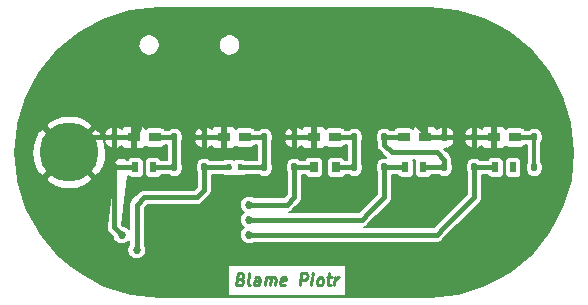
<source format=gtl>
G04 #@! TF.FileFunction,Copper,L1,Top,Signal*
%FSLAX46Y46*%
G04 Gerber Fmt 4.6, Leading zero omitted, Abs format (unit mm)*
G04 Created by KiCad (PCBNEW 4.0.7) date 07/09/18 10:37:14*
%MOMM*%
%LPD*%
G01*
G04 APERTURE LIST*
%ADD10C,0.100000*%
%ADD11C,0.250000*%
%ADD12O,0.508000X0.762000*%
%ADD13C,5.000000*%
%ADD14R,1.000000X0.797560*%
%ADD15R,0.700000X0.900000*%
%ADD16R,0.500000X0.900000*%
%ADD17R,0.400000X0.600000*%
%ADD18C,0.685800*%
%ADD19C,0.406400*%
%ADD20C,0.304800*%
%ADD21C,0.200000*%
G04 APERTURE END LIST*
D10*
D11*
X161839167Y-116133571D02*
X161976071Y-116181190D01*
X162017738Y-116228810D01*
X162053452Y-116324048D01*
X162035595Y-116466905D01*
X161976071Y-116562143D01*
X161922500Y-116609762D01*
X161821309Y-116657381D01*
X161440356Y-116657381D01*
X161565356Y-115657381D01*
X161898690Y-115657381D01*
X161987976Y-115705000D01*
X162029643Y-115752619D01*
X162065357Y-115847857D01*
X162053452Y-115943095D01*
X161993928Y-116038333D01*
X161940357Y-116085952D01*
X161839167Y-116133571D01*
X161505833Y-116133571D01*
X162583213Y-116657381D02*
X162493928Y-116609762D01*
X162458214Y-116514524D01*
X162565356Y-115657381D01*
X163392738Y-116657381D02*
X163458215Y-116133571D01*
X163422500Y-116038333D01*
X163333215Y-115990714D01*
X163142738Y-115990714D01*
X163041547Y-116038333D01*
X163398691Y-116609762D02*
X163297500Y-116657381D01*
X163059404Y-116657381D01*
X162970119Y-116609762D01*
X162934405Y-116514524D01*
X162946309Y-116419286D01*
X163005833Y-116324048D01*
X163107023Y-116276429D01*
X163345119Y-116276429D01*
X163446310Y-116228810D01*
X163868928Y-116657381D02*
X163952262Y-115990714D01*
X163940357Y-116085952D02*
X163993928Y-116038333D01*
X164095119Y-115990714D01*
X164237977Y-115990714D01*
X164327262Y-116038333D01*
X164362977Y-116133571D01*
X164297500Y-116657381D01*
X164362977Y-116133571D02*
X164422500Y-116038333D01*
X164523691Y-115990714D01*
X164666548Y-115990714D01*
X164755833Y-116038333D01*
X164791548Y-116133571D01*
X164726071Y-116657381D01*
X165589167Y-116609762D02*
X165487976Y-116657381D01*
X165297499Y-116657381D01*
X165208214Y-116609762D01*
X165172500Y-116514524D01*
X165220119Y-116133571D01*
X165279642Y-116038333D01*
X165380833Y-115990714D01*
X165571310Y-115990714D01*
X165660595Y-116038333D01*
X165696310Y-116133571D01*
X165684405Y-116228810D01*
X165196309Y-116324048D01*
X166821309Y-116657381D02*
X166946309Y-115657381D01*
X167327262Y-115657381D01*
X167416548Y-115705000D01*
X167458215Y-115752619D01*
X167493929Y-115847857D01*
X167476072Y-115990714D01*
X167416548Y-116085952D01*
X167362977Y-116133571D01*
X167261786Y-116181190D01*
X166880833Y-116181190D01*
X167821309Y-116657381D02*
X167904643Y-115990714D01*
X167946309Y-115657381D02*
X167892738Y-115705000D01*
X167934405Y-115752619D01*
X167987976Y-115705000D01*
X167946309Y-115657381D01*
X167934405Y-115752619D01*
X168440356Y-116657381D02*
X168351071Y-116609762D01*
X168309404Y-116562143D01*
X168273690Y-116466905D01*
X168309404Y-116181190D01*
X168368928Y-116085952D01*
X168422499Y-116038333D01*
X168523690Y-115990714D01*
X168666548Y-115990714D01*
X168755833Y-116038333D01*
X168797500Y-116085952D01*
X168833214Y-116181190D01*
X168797500Y-116466905D01*
X168737976Y-116562143D01*
X168684405Y-116609762D01*
X168583214Y-116657381D01*
X168440356Y-116657381D01*
X169142738Y-115990714D02*
X169523690Y-115990714D01*
X169327261Y-115657381D02*
X169220119Y-116514524D01*
X169255833Y-116609762D01*
X169345118Y-116657381D01*
X169440356Y-116657381D01*
X169773690Y-116657381D02*
X169857024Y-115990714D01*
X169833214Y-116181190D02*
X169892738Y-116085952D01*
X169946309Y-116038333D01*
X170047500Y-115990714D01*
X170142739Y-115990714D01*
D12*
X186690000Y-106680000D03*
X173990000Y-104140000D03*
X171450000Y-104140000D03*
X163830000Y-104140000D03*
X156210000Y-106680000D03*
D13*
X147320000Y-105410000D03*
D12*
X158750000Y-106680000D03*
X151130000Y-106680000D03*
X163830000Y-106680000D03*
X156210000Y-104140000D03*
X158750000Y-104140000D03*
X151130000Y-104140000D03*
X181610000Y-106680000D03*
X173990000Y-106680000D03*
X166370000Y-106680000D03*
X186690000Y-104140000D03*
X179070000Y-106680000D03*
X171450000Y-106680000D03*
X166370000Y-104140000D03*
X179070000Y-104140000D03*
X181610000Y-104140000D03*
D14*
X185039000Y-104140000D03*
X183261000Y-104140000D03*
X169799000Y-104140000D03*
X168021000Y-104140000D03*
X154559000Y-104140000D03*
X152781000Y-104140000D03*
D15*
X168021000Y-106680000D03*
X169926000Y-106680000D03*
D14*
X162179000Y-104140000D03*
X160401000Y-104140000D03*
X177419000Y-104140000D03*
X175641000Y-104140000D03*
D16*
X183400000Y-106680000D03*
X184900000Y-106680000D03*
X175780000Y-106680000D03*
X177280000Y-106680000D03*
D17*
X160840000Y-106680000D03*
X161740000Y-106680000D03*
D16*
X152920000Y-106680000D03*
X154420000Y-106680000D03*
D18*
X162560000Y-111125000D03*
X162560000Y-112395000D03*
X162560000Y-109855000D03*
X153035000Y-113665000D03*
X151765000Y-112395000D03*
D19*
X177419000Y-104140000D02*
X177419000Y-103759000D01*
X177419000Y-103759000D02*
X175895000Y-102235000D01*
X177419000Y-104140000D02*
X179070000Y-104140000D01*
X158750000Y-104140000D02*
X158750000Y-103505000D01*
X158750000Y-103505000D02*
X157480000Y-102235000D01*
X166370000Y-104140000D02*
X166370000Y-103505000D01*
X166370000Y-103505000D02*
X165100000Y-102235000D01*
X181610000Y-104140000D02*
X181610000Y-102870000D01*
X152781000Y-104394000D02*
X152781000Y-104140000D01*
X153670000Y-102235000D02*
X152781000Y-104394000D01*
X157480000Y-102235000D02*
X153670000Y-102235000D01*
X165100000Y-102235000D02*
X157480000Y-102235000D01*
X180975000Y-102235000D02*
X175895000Y-102235000D01*
X175895000Y-102235000D02*
X172720000Y-102235000D01*
X172720000Y-102235000D02*
X165100000Y-102235000D01*
X181610000Y-102870000D02*
X180975000Y-102235000D01*
X151130000Y-104140000D02*
X148590000Y-104140000D01*
X148590000Y-104140000D02*
X147320000Y-105410000D01*
X152781000Y-104140000D02*
X151130000Y-104140000D01*
X160540000Y-104140000D02*
X158750000Y-104140000D01*
X168021000Y-104140000D02*
X166370000Y-104140000D01*
X183261000Y-104140000D02*
X181610000Y-104140000D01*
X173990000Y-109220000D02*
X173990000Y-106680000D01*
X172085000Y-111125000D02*
X162560000Y-111125000D01*
X173990000Y-109220000D02*
X172720000Y-110490000D01*
X172720000Y-110490000D02*
X172085000Y-111125000D01*
X175780000Y-106680000D02*
X173990000Y-106680000D01*
X178435000Y-112395000D02*
X162560000Y-112395000D01*
X181610000Y-109220000D02*
X181610000Y-106680000D01*
X181610000Y-109220000D02*
X179070000Y-111760000D01*
X179070000Y-111760000D02*
X178435000Y-112395000D01*
X183400000Y-106680000D02*
X181610000Y-106680000D01*
X166370000Y-109220000D02*
X165735000Y-109855000D01*
X165735000Y-109855000D02*
X162560000Y-109855000D01*
X166370000Y-106680000D02*
X166370000Y-108585000D01*
X166370000Y-108585000D02*
X166370000Y-109220000D01*
X168021000Y-106680000D02*
X166370000Y-106680000D01*
X163830000Y-104140000D02*
X162040000Y-104140000D01*
X163830000Y-106680000D02*
X161740000Y-106680000D01*
X163830000Y-104140000D02*
X163830000Y-106680000D01*
X156210000Y-104140000D02*
X154559000Y-104140000D01*
X156210000Y-106680000D02*
X156210000Y-104140000D01*
X154420000Y-106680000D02*
X156210000Y-106680000D01*
D20*
X186690000Y-104140000D02*
X186690000Y-106680000D01*
D19*
X186690000Y-104140000D02*
X185039000Y-104140000D01*
X179070000Y-106680000D02*
X179070000Y-106045000D01*
X173990000Y-104775000D02*
X173990000Y-104140000D01*
X174625000Y-105410000D02*
X173990000Y-104775000D01*
X178435000Y-105410000D02*
X174625000Y-105410000D01*
X179070000Y-106045000D02*
X178435000Y-105410000D01*
X173990000Y-104140000D02*
X175641000Y-104140000D01*
X179070000Y-106680000D02*
X177280000Y-106680000D01*
X171450000Y-104140000D02*
X169799000Y-104140000D01*
X171450000Y-106680000D02*
X169926000Y-106680000D01*
X171450000Y-106680000D02*
X171450000Y-104140000D01*
X158750000Y-106680000D02*
X158750000Y-108585000D01*
X153035000Y-109855000D02*
X153035000Y-113665000D01*
X153670000Y-109220000D02*
X153035000Y-109855000D01*
X158115000Y-109220000D02*
X153670000Y-109220000D01*
X158750000Y-108585000D02*
X158115000Y-109220000D01*
X160840000Y-106680000D02*
X158750000Y-106680000D01*
X151130000Y-106680000D02*
X151130000Y-111760000D01*
X151130000Y-111760000D02*
X151765000Y-112395000D01*
X151130000Y-106680000D02*
X152920000Y-106680000D01*
D21*
G36*
X180169194Y-93444700D02*
X182448145Y-94132755D01*
X184550051Y-95250359D01*
X186394846Y-96754938D01*
X187912272Y-98589190D01*
X189044520Y-100683238D01*
X189748469Y-102957330D01*
X189999782Y-105348411D01*
X189999915Y-105386413D01*
X189765300Y-107779193D01*
X189077245Y-110058145D01*
X187959640Y-112160054D01*
X186455060Y-114004849D01*
X184620810Y-115522272D01*
X182526763Y-116654519D01*
X180252670Y-117358469D01*
X177861589Y-117609782D01*
X177799118Y-117610000D01*
X154964457Y-117610000D01*
X152570807Y-117375300D01*
X150291855Y-116687245D01*
X148189946Y-115569640D01*
X147405671Y-114930000D01*
X160746309Y-114930000D01*
X160746309Y-117580000D01*
X170723691Y-117580000D01*
X170723691Y-114930000D01*
X160746309Y-114930000D01*
X147405671Y-114930000D01*
X146345151Y-114065060D01*
X144827728Y-112230810D01*
X144569464Y-111753159D01*
X150476836Y-111753159D01*
X150479161Y-111779738D01*
X150478451Y-111806418D01*
X150484705Y-111843101D01*
X150487947Y-111880157D01*
X150495391Y-111905779D01*
X150499876Y-111932087D01*
X150513133Y-111966850D01*
X150523513Y-112002577D01*
X150535794Y-112026270D01*
X150545302Y-112051201D01*
X150565057Y-112082725D01*
X150582180Y-112115758D01*
X150598827Y-112136611D01*
X150612998Y-112159224D01*
X150638507Y-112186317D01*
X150661714Y-112215388D01*
X150668118Y-112221882D01*
X150985253Y-112539017D01*
X150999127Y-112614610D01*
X151056369Y-112759187D01*
X151140602Y-112889891D01*
X151248619Y-113001746D01*
X151376304Y-113090489D01*
X151518795Y-113152742D01*
X151670663Y-113186132D01*
X151826125Y-113189389D01*
X151979258Y-113162387D01*
X152124231Y-113106156D01*
X152255520Y-113022837D01*
X152368126Y-112915604D01*
X152381800Y-112896220D01*
X152381800Y-113215468D01*
X152336814Y-113281169D01*
X152275558Y-113424091D01*
X152243228Y-113576189D01*
X152241057Y-113731669D01*
X152269127Y-113884610D01*
X152326369Y-114029187D01*
X152410602Y-114159891D01*
X152518619Y-114271746D01*
X152646304Y-114360489D01*
X152788795Y-114422742D01*
X152940663Y-114456132D01*
X153096125Y-114459389D01*
X153249258Y-114432387D01*
X153394231Y-114376156D01*
X153525520Y-114292837D01*
X153638126Y-114185604D01*
X153727759Y-114058542D01*
X153791005Y-113916489D01*
X153825454Y-113764858D01*
X153827934Y-113587252D01*
X153797732Y-113434718D01*
X153738477Y-113290955D01*
X153688200Y-113215282D01*
X153688200Y-110125564D01*
X153892095Y-109921669D01*
X161766057Y-109921669D01*
X161794127Y-110074610D01*
X161851369Y-110219187D01*
X161935602Y-110349891D01*
X162043619Y-110461746D01*
X162083300Y-110489325D01*
X162060762Y-110504073D01*
X161949664Y-110612867D01*
X161861814Y-110741169D01*
X161800558Y-110884091D01*
X161768228Y-111036189D01*
X161766057Y-111191669D01*
X161794127Y-111344610D01*
X161851369Y-111489187D01*
X161935602Y-111619891D01*
X162043619Y-111731746D01*
X162083300Y-111759325D01*
X162060762Y-111774073D01*
X161949664Y-111882867D01*
X161861814Y-112011169D01*
X161800558Y-112154091D01*
X161768228Y-112306189D01*
X161766057Y-112461669D01*
X161794127Y-112614610D01*
X161851369Y-112759187D01*
X161935602Y-112889891D01*
X162043619Y-113001746D01*
X162171304Y-113090489D01*
X162313795Y-113152742D01*
X162465663Y-113186132D01*
X162621125Y-113189389D01*
X162774258Y-113162387D01*
X162919231Y-113106156D01*
X163010555Y-113048200D01*
X178435000Y-113048200D01*
X178495084Y-113042309D01*
X178555157Y-113037053D01*
X178558453Y-113036095D01*
X178561874Y-113035760D01*
X178619640Y-113018319D01*
X178677577Y-113001487D01*
X178680628Y-112999905D01*
X178683915Y-112998913D01*
X178737151Y-112970607D01*
X178790758Y-112942820D01*
X178793445Y-112940675D01*
X178796475Y-112939064D01*
X178843230Y-112900932D01*
X178890388Y-112863286D01*
X178895165Y-112858575D01*
X178895267Y-112858492D01*
X178895345Y-112858398D01*
X178896882Y-112856882D01*
X182071882Y-109681882D01*
X182110191Y-109635244D01*
X182148964Y-109589036D01*
X182150617Y-109586030D01*
X182152799Y-109583373D01*
X182181314Y-109530193D01*
X182210379Y-109477323D01*
X182211418Y-109474046D01*
X182213040Y-109471022D01*
X182230658Y-109413396D01*
X182248926Y-109355808D01*
X182249309Y-109352389D01*
X182250312Y-109349110D01*
X182256406Y-109289116D01*
X182263136Y-109229120D01*
X182263183Y-109222408D01*
X182263196Y-109222281D01*
X182263185Y-109222163D01*
X182263200Y-109220000D01*
X182263200Y-107333200D01*
X182747764Y-107333200D01*
X182811189Y-107429451D01*
X182908028Y-107511986D01*
X183024026Y-107564275D01*
X183150000Y-107582177D01*
X183650000Y-107582177D01*
X183721661Y-107576463D01*
X183843205Y-107538822D01*
X183949451Y-107468811D01*
X184031986Y-107371972D01*
X184084275Y-107255974D01*
X184102177Y-107130000D01*
X184102177Y-106230000D01*
X184197823Y-106230000D01*
X184197823Y-107130000D01*
X184203537Y-107201661D01*
X184241178Y-107323205D01*
X184311189Y-107429451D01*
X184408028Y-107511986D01*
X184524026Y-107564275D01*
X184650000Y-107582177D01*
X185150000Y-107582177D01*
X185221661Y-107576463D01*
X185343205Y-107538822D01*
X185449451Y-107468811D01*
X185531986Y-107371972D01*
X185584275Y-107255974D01*
X185602177Y-107130000D01*
X185602177Y-106230000D01*
X185596463Y-106158339D01*
X185558822Y-106036795D01*
X185488811Y-105930549D01*
X185391972Y-105848014D01*
X185275974Y-105795725D01*
X185150000Y-105777823D01*
X184650000Y-105777823D01*
X184578339Y-105783537D01*
X184456795Y-105821178D01*
X184350549Y-105891189D01*
X184268014Y-105988028D01*
X184215725Y-106104026D01*
X184197823Y-106230000D01*
X184102177Y-106230000D01*
X184096463Y-106158339D01*
X184058822Y-106036795D01*
X183988811Y-105930549D01*
X183891972Y-105848014D01*
X183775974Y-105795725D01*
X183650000Y-105777823D01*
X183150000Y-105777823D01*
X183078339Y-105783537D01*
X182956795Y-105821178D01*
X182850549Y-105891189D01*
X182768014Y-105988028D01*
X182750537Y-106026800D01*
X182077968Y-106026800D01*
X182003672Y-105965337D01*
X181882811Y-105899987D01*
X181751559Y-105859358D01*
X181614915Y-105844996D01*
X181478084Y-105857449D01*
X181346277Y-105896242D01*
X181224515Y-105959897D01*
X181117437Y-106045990D01*
X181029120Y-106151242D01*
X180962929Y-106271644D01*
X180921384Y-106402609D01*
X180906069Y-106539150D01*
X180906000Y-106548979D01*
X180906000Y-106811021D01*
X180919408Y-106947762D01*
X180956800Y-107071611D01*
X180956800Y-108949436D01*
X178164436Y-111741800D01*
X172292079Y-111741800D01*
X172327577Y-111731487D01*
X172330628Y-111729905D01*
X172333915Y-111728913D01*
X172387151Y-111700607D01*
X172440758Y-111672820D01*
X172443445Y-111670675D01*
X172446475Y-111669064D01*
X172493230Y-111630932D01*
X172540388Y-111593286D01*
X172545165Y-111588575D01*
X172545267Y-111588492D01*
X172545345Y-111588398D01*
X172546882Y-111586882D01*
X174451882Y-109681882D01*
X174490173Y-109635266D01*
X174528964Y-109589036D01*
X174530618Y-109586027D01*
X174532799Y-109583372D01*
X174561302Y-109530213D01*
X174590379Y-109477323D01*
X174591418Y-109474046D01*
X174593040Y-109471022D01*
X174610671Y-109413355D01*
X174628926Y-109355808D01*
X174629309Y-109352394D01*
X174630313Y-109349110D01*
X174636412Y-109289067D01*
X174643136Y-109229120D01*
X174643183Y-109222408D01*
X174643196Y-109222281D01*
X174643185Y-109222163D01*
X174643200Y-109220000D01*
X174643200Y-107333200D01*
X175127764Y-107333200D01*
X175191189Y-107429451D01*
X175288028Y-107511986D01*
X175404026Y-107564275D01*
X175530000Y-107582177D01*
X176030000Y-107582177D01*
X176101661Y-107576463D01*
X176223205Y-107538822D01*
X176329451Y-107468811D01*
X176411986Y-107371972D01*
X176464275Y-107255974D01*
X176482177Y-107130000D01*
X176482177Y-106230000D01*
X176476463Y-106158339D01*
X176446999Y-106063200D01*
X176614128Y-106063200D01*
X176595725Y-106104026D01*
X176577823Y-106230000D01*
X176577823Y-107130000D01*
X176583537Y-107201661D01*
X176621178Y-107323205D01*
X176691189Y-107429451D01*
X176788028Y-107511986D01*
X176904026Y-107564275D01*
X177030000Y-107582177D01*
X177530000Y-107582177D01*
X177601661Y-107576463D01*
X177723205Y-107538822D01*
X177829451Y-107468811D01*
X177911986Y-107371972D01*
X177929463Y-107333200D01*
X178602032Y-107333200D01*
X178676328Y-107394663D01*
X178797189Y-107460013D01*
X178928441Y-107500642D01*
X179065085Y-107515004D01*
X179201916Y-107502551D01*
X179333723Y-107463758D01*
X179455485Y-107400103D01*
X179562563Y-107314010D01*
X179650880Y-107208758D01*
X179717071Y-107088356D01*
X179758616Y-106957391D01*
X179773931Y-106820850D01*
X179774000Y-106811021D01*
X179774000Y-106548979D01*
X179760592Y-106412238D01*
X179723200Y-106288389D01*
X179723200Y-106045000D01*
X179717313Y-105984961D01*
X179712053Y-105924843D01*
X179711095Y-105921547D01*
X179710760Y-105918126D01*
X179693319Y-105860360D01*
X179676487Y-105802423D01*
X179674905Y-105799372D01*
X179673913Y-105796085D01*
X179645607Y-105742849D01*
X179617820Y-105689242D01*
X179615675Y-105686555D01*
X179614064Y-105683525D01*
X179575932Y-105636770D01*
X179538286Y-105589612D01*
X179533575Y-105584835D01*
X179533492Y-105584733D01*
X179533398Y-105584655D01*
X179531882Y-105583118D01*
X179077764Y-105129000D01*
X179224002Y-105129000D01*
X179224002Y-104990885D01*
X179328811Y-105089229D01*
X179405355Y-105058932D01*
X179553410Y-104978291D01*
X179682887Y-104870315D01*
X179788811Y-104739154D01*
X179867112Y-104589849D01*
X179914780Y-104428137D01*
X180765220Y-104428137D01*
X180812888Y-104589849D01*
X180891189Y-104739154D01*
X180997113Y-104870315D01*
X181126590Y-104978291D01*
X181274645Y-105058932D01*
X181351189Y-105089229D01*
X181483000Y-104965549D01*
X181483000Y-104294000D01*
X181737000Y-104294000D01*
X181737000Y-104965549D01*
X181868811Y-105089229D01*
X181945355Y-105058932D01*
X182093410Y-104978291D01*
X182222887Y-104870315D01*
X182238429Y-104851070D01*
X182288735Y-104926357D01*
X182373422Y-105011044D01*
X182473004Y-105077583D01*
X182583653Y-105123415D01*
X182701117Y-105146780D01*
X182955000Y-105146780D01*
X183107000Y-104994780D01*
X183107000Y-104294000D01*
X181737000Y-104294000D01*
X181483000Y-104294000D01*
X180902413Y-104294000D01*
X180765220Y-104428137D01*
X179914780Y-104428137D01*
X179777587Y-104294000D01*
X179197000Y-104294000D01*
X179197000Y-104314000D01*
X178943000Y-104314000D01*
X178943000Y-104294000D01*
X177573000Y-104294000D01*
X177573000Y-104314000D01*
X177265000Y-104314000D01*
X177265000Y-104294000D01*
X177245000Y-104294000D01*
X177245000Y-103986000D01*
X177265000Y-103986000D01*
X177265000Y-103285220D01*
X177573000Y-103285220D01*
X177573000Y-103986000D01*
X178943000Y-103986000D01*
X178943000Y-103314451D01*
X179197000Y-103314451D01*
X179197000Y-103986000D01*
X179777587Y-103986000D01*
X179914780Y-103851863D01*
X180765220Y-103851863D01*
X180902413Y-103986000D01*
X181483000Y-103986000D01*
X181483000Y-103314451D01*
X181737000Y-103314451D01*
X181737000Y-103986000D01*
X183107000Y-103986000D01*
X183107000Y-103285220D01*
X183415000Y-103285220D01*
X183415000Y-103986000D01*
X183435000Y-103986000D01*
X183435000Y-104294000D01*
X183415000Y-104294000D01*
X183415000Y-104994780D01*
X183567000Y-105146780D01*
X183820883Y-105146780D01*
X183938347Y-105123415D01*
X184048996Y-105077583D01*
X184148578Y-105011044D01*
X184233265Y-104926357D01*
X184258782Y-104888169D01*
X184297028Y-104920766D01*
X184413026Y-104973055D01*
X184539000Y-104990957D01*
X185539000Y-104990957D01*
X185610661Y-104985243D01*
X185732205Y-104947602D01*
X185838451Y-104877591D01*
X185910377Y-104793200D01*
X186087600Y-104793200D01*
X186087600Y-106190387D01*
X186042929Y-106271644D01*
X186001384Y-106402609D01*
X185986069Y-106539150D01*
X185986000Y-106548979D01*
X185986000Y-106811021D01*
X185999408Y-106947762D01*
X186039120Y-107079295D01*
X186103623Y-107200609D01*
X186190462Y-107307083D01*
X186296328Y-107394663D01*
X186417189Y-107460013D01*
X186548441Y-107500642D01*
X186685085Y-107515004D01*
X186821916Y-107502551D01*
X186953723Y-107463758D01*
X187075485Y-107400103D01*
X187182563Y-107314010D01*
X187270880Y-107208758D01*
X187337071Y-107088356D01*
X187378616Y-106957391D01*
X187393931Y-106820850D01*
X187394000Y-106811021D01*
X187394000Y-106548979D01*
X187380592Y-106412238D01*
X187340880Y-106280705D01*
X187292400Y-106189526D01*
X187292400Y-104629613D01*
X187337071Y-104548356D01*
X187378616Y-104417391D01*
X187393931Y-104280850D01*
X187394000Y-104271021D01*
X187394000Y-104008979D01*
X187380592Y-103872238D01*
X187340880Y-103740705D01*
X187276377Y-103619391D01*
X187189538Y-103512917D01*
X187083672Y-103425337D01*
X186962811Y-103359987D01*
X186831559Y-103319358D01*
X186694915Y-103304996D01*
X186558084Y-103317449D01*
X186426277Y-103356242D01*
X186304515Y-103419897D01*
X186221305Y-103486800D01*
X185907484Y-103486800D01*
X185877811Y-103441769D01*
X185780972Y-103359234D01*
X185664974Y-103306945D01*
X185539000Y-103289043D01*
X184539000Y-103289043D01*
X184467339Y-103294757D01*
X184345795Y-103332398D01*
X184257809Y-103390376D01*
X184233265Y-103353643D01*
X184148578Y-103268956D01*
X184048996Y-103202417D01*
X183938347Y-103156585D01*
X183820883Y-103133220D01*
X183567000Y-103133220D01*
X183415000Y-103285220D01*
X183107000Y-103285220D01*
X182955000Y-103133220D01*
X182701117Y-103133220D01*
X182583653Y-103156585D01*
X182473004Y-103202417D01*
X182373422Y-103268956D01*
X182288735Y-103353643D01*
X182238429Y-103428930D01*
X182222887Y-103409685D01*
X182093410Y-103301709D01*
X181945355Y-103221068D01*
X181868811Y-103190771D01*
X181737000Y-103314451D01*
X181483000Y-103314451D01*
X181351189Y-103190771D01*
X181274645Y-103221068D01*
X181126590Y-103301709D01*
X180997113Y-103409685D01*
X180891189Y-103540846D01*
X180812888Y-103690151D01*
X180765220Y-103851863D01*
X179914780Y-103851863D01*
X179867112Y-103690151D01*
X179788811Y-103540846D01*
X179682887Y-103409685D01*
X179553410Y-103301709D01*
X179405355Y-103221068D01*
X179328811Y-103190771D01*
X179197000Y-103314451D01*
X178943000Y-103314451D01*
X178811189Y-103190771D01*
X178734645Y-103221068D01*
X178586590Y-103301709D01*
X178457113Y-103409685D01*
X178441571Y-103428930D01*
X178391265Y-103353643D01*
X178306578Y-103268956D01*
X178206996Y-103202417D01*
X178096347Y-103156585D01*
X177978883Y-103133220D01*
X177725000Y-103133220D01*
X177573000Y-103285220D01*
X177265000Y-103285220D01*
X177113000Y-103133220D01*
X176859117Y-103133220D01*
X176741653Y-103156585D01*
X176631004Y-103202417D01*
X176531422Y-103268956D01*
X176446735Y-103353643D01*
X176421218Y-103391831D01*
X176382972Y-103359234D01*
X176266974Y-103306945D01*
X176141000Y-103289043D01*
X175141000Y-103289043D01*
X175069339Y-103294757D01*
X174947795Y-103332398D01*
X174841549Y-103402409D01*
X174769623Y-103486800D01*
X174457968Y-103486800D01*
X174383672Y-103425337D01*
X174262811Y-103359987D01*
X174131559Y-103319358D01*
X173994915Y-103304996D01*
X173858084Y-103317449D01*
X173726277Y-103356242D01*
X173604515Y-103419897D01*
X173497437Y-103505990D01*
X173409120Y-103611242D01*
X173342929Y-103731644D01*
X173301384Y-103862609D01*
X173286069Y-103999150D01*
X173286000Y-104008979D01*
X173286000Y-104271021D01*
X173299408Y-104407762D01*
X173336800Y-104531611D01*
X173336800Y-104775000D01*
X173342691Y-104835084D01*
X173347947Y-104895157D01*
X173348905Y-104898453D01*
X173349240Y-104901874D01*
X173366681Y-104959640D01*
X173383513Y-105017577D01*
X173385095Y-105020628D01*
X173386087Y-105023915D01*
X173414393Y-105077151D01*
X173442180Y-105130758D01*
X173444325Y-105133445D01*
X173445936Y-105136475D01*
X173484068Y-105183230D01*
X173521714Y-105230388D01*
X173526425Y-105235165D01*
X173526508Y-105235267D01*
X173526602Y-105235345D01*
X173528118Y-105236882D01*
X174159128Y-105867892D01*
X174131559Y-105859358D01*
X173994915Y-105844996D01*
X173858084Y-105857449D01*
X173726277Y-105896242D01*
X173604515Y-105959897D01*
X173497437Y-106045990D01*
X173409120Y-106151242D01*
X173342929Y-106271644D01*
X173301384Y-106402609D01*
X173286069Y-106539150D01*
X173286000Y-106548979D01*
X173286000Y-106811021D01*
X173299408Y-106947762D01*
X173336800Y-107071611D01*
X173336800Y-108949436D01*
X171814436Y-110471800D01*
X165942079Y-110471800D01*
X165977577Y-110461487D01*
X165980628Y-110459905D01*
X165983915Y-110458913D01*
X166037151Y-110430607D01*
X166090758Y-110402820D01*
X166093445Y-110400675D01*
X166096475Y-110399064D01*
X166143230Y-110360932D01*
X166190388Y-110323286D01*
X166195165Y-110318575D01*
X166195267Y-110318492D01*
X166195345Y-110318398D01*
X166196882Y-110316882D01*
X166831882Y-109681882D01*
X166870173Y-109635266D01*
X166908964Y-109589036D01*
X166910618Y-109586027D01*
X166912799Y-109583372D01*
X166941311Y-109530197D01*
X166970379Y-109477323D01*
X166971418Y-109474048D01*
X166973041Y-109471021D01*
X166990681Y-109413323D01*
X167008926Y-109355808D01*
X167009309Y-109352394D01*
X167010313Y-109349110D01*
X167016417Y-109289026D01*
X167023136Y-109229120D01*
X167023183Y-109222417D01*
X167023197Y-109222280D01*
X167023185Y-109222152D01*
X167023200Y-109220000D01*
X167023200Y-107333200D01*
X167268764Y-107333200D01*
X167332189Y-107429451D01*
X167429028Y-107511986D01*
X167545026Y-107564275D01*
X167671000Y-107582177D01*
X168371000Y-107582177D01*
X168442661Y-107576463D01*
X168564205Y-107538822D01*
X168670451Y-107468811D01*
X168752986Y-107371972D01*
X168805275Y-107255974D01*
X168823177Y-107130000D01*
X168823177Y-106230000D01*
X168817463Y-106158339D01*
X168779822Y-106036795D01*
X168709811Y-105930549D01*
X168612972Y-105848014D01*
X168496974Y-105795725D01*
X168371000Y-105777823D01*
X167671000Y-105777823D01*
X167599339Y-105783537D01*
X167477795Y-105821178D01*
X167371549Y-105891189D01*
X167289014Y-105988028D01*
X167271537Y-106026800D01*
X166837968Y-106026800D01*
X166763672Y-105965337D01*
X166642811Y-105899987D01*
X166511559Y-105859358D01*
X166374915Y-105844996D01*
X166238084Y-105857449D01*
X166106277Y-105896242D01*
X165984515Y-105959897D01*
X165877437Y-106045990D01*
X165789120Y-106151242D01*
X165722929Y-106271644D01*
X165681384Y-106402609D01*
X165666069Y-106539150D01*
X165666000Y-106548979D01*
X165666000Y-106811021D01*
X165679408Y-106947762D01*
X165716800Y-107071611D01*
X165716800Y-108949436D01*
X165464436Y-109201800D01*
X163009589Y-109201800D01*
X162938947Y-109154151D01*
X162795602Y-109093894D01*
X162643282Y-109062628D01*
X162487790Y-109061542D01*
X162335048Y-109090679D01*
X162190875Y-109148929D01*
X162060762Y-109234073D01*
X161949664Y-109342867D01*
X161861814Y-109471169D01*
X161800558Y-109614091D01*
X161768228Y-109766189D01*
X161766057Y-109921669D01*
X153892095Y-109921669D01*
X153940564Y-109873200D01*
X158115000Y-109873200D01*
X158175084Y-109867309D01*
X158235157Y-109862053D01*
X158238453Y-109861095D01*
X158241874Y-109860760D01*
X158299640Y-109843319D01*
X158357577Y-109826487D01*
X158360628Y-109824905D01*
X158363915Y-109823913D01*
X158417151Y-109795607D01*
X158470758Y-109767820D01*
X158473445Y-109765675D01*
X158476475Y-109764064D01*
X158523230Y-109725932D01*
X158570388Y-109688286D01*
X158575165Y-109683575D01*
X158575267Y-109683492D01*
X158575345Y-109683398D01*
X158576882Y-109681882D01*
X159211882Y-109046882D01*
X159250173Y-109000266D01*
X159288964Y-108954036D01*
X159290618Y-108951027D01*
X159292799Y-108948372D01*
X159321311Y-108895197D01*
X159350379Y-108842323D01*
X159351418Y-108839048D01*
X159353041Y-108836021D01*
X159370681Y-108778323D01*
X159388926Y-108720808D01*
X159389309Y-108717394D01*
X159390313Y-108714110D01*
X159396417Y-108654026D01*
X159403136Y-108594120D01*
X159403183Y-108587417D01*
X159403197Y-108587280D01*
X159403185Y-108587152D01*
X159403200Y-108585000D01*
X159403200Y-107333200D01*
X160364253Y-107333200D01*
X160398028Y-107361986D01*
X160514026Y-107414275D01*
X160640000Y-107432177D01*
X161040000Y-107432177D01*
X161111661Y-107426463D01*
X161233205Y-107388822D01*
X161287521Y-107353031D01*
X161298028Y-107361986D01*
X161414026Y-107414275D01*
X161540000Y-107432177D01*
X161940000Y-107432177D01*
X162011661Y-107426463D01*
X162133205Y-107388822D01*
X162217615Y-107333200D01*
X163362032Y-107333200D01*
X163436328Y-107394663D01*
X163557189Y-107460013D01*
X163688441Y-107500642D01*
X163825085Y-107515004D01*
X163961916Y-107502551D01*
X164093723Y-107463758D01*
X164215485Y-107400103D01*
X164322563Y-107314010D01*
X164410880Y-107208758D01*
X164477071Y-107088356D01*
X164518616Y-106957391D01*
X164533931Y-106820850D01*
X164534000Y-106811021D01*
X164534000Y-106548979D01*
X164520592Y-106412238D01*
X164483200Y-106288389D01*
X164483200Y-104529035D01*
X164515207Y-104428137D01*
X165525220Y-104428137D01*
X165572888Y-104589849D01*
X165651189Y-104739154D01*
X165757113Y-104870315D01*
X165886590Y-104978291D01*
X166034645Y-105058932D01*
X166111189Y-105089229D01*
X166243000Y-104965549D01*
X166243000Y-104294000D01*
X166497000Y-104294000D01*
X166497000Y-104965549D01*
X166628811Y-105089229D01*
X166705355Y-105058932D01*
X166853410Y-104978291D01*
X166982887Y-104870315D01*
X166998429Y-104851070D01*
X167048735Y-104926357D01*
X167133422Y-105011044D01*
X167233004Y-105077583D01*
X167343653Y-105123415D01*
X167461117Y-105146780D01*
X167715000Y-105146780D01*
X167867000Y-104994780D01*
X167867000Y-104294000D01*
X166497000Y-104294000D01*
X166243000Y-104294000D01*
X165662413Y-104294000D01*
X165525220Y-104428137D01*
X164515207Y-104428137D01*
X164518616Y-104417391D01*
X164533931Y-104280850D01*
X164534000Y-104271021D01*
X164534000Y-104008979D01*
X164520592Y-103872238D01*
X164514441Y-103851863D01*
X165525220Y-103851863D01*
X165662413Y-103986000D01*
X166243000Y-103986000D01*
X166243000Y-103314451D01*
X166497000Y-103314451D01*
X166497000Y-103986000D01*
X167867000Y-103986000D01*
X167867000Y-103285220D01*
X168175000Y-103285220D01*
X168175000Y-103986000D01*
X168195000Y-103986000D01*
X168195000Y-104294000D01*
X168175000Y-104294000D01*
X168175000Y-104994780D01*
X168327000Y-105146780D01*
X168580883Y-105146780D01*
X168698347Y-105123415D01*
X168808996Y-105077583D01*
X168908578Y-105011044D01*
X168993265Y-104926357D01*
X169018782Y-104888169D01*
X169057028Y-104920766D01*
X169173026Y-104973055D01*
X169299000Y-104990957D01*
X170299000Y-104990957D01*
X170370661Y-104985243D01*
X170492205Y-104947602D01*
X170598451Y-104877591D01*
X170670377Y-104793200D01*
X170796800Y-104793200D01*
X170796800Y-106026800D01*
X170678236Y-106026800D01*
X170614811Y-105930549D01*
X170517972Y-105848014D01*
X170401974Y-105795725D01*
X170276000Y-105777823D01*
X169576000Y-105777823D01*
X169504339Y-105783537D01*
X169382795Y-105821178D01*
X169276549Y-105891189D01*
X169194014Y-105988028D01*
X169141725Y-106104026D01*
X169123823Y-106230000D01*
X169123823Y-107130000D01*
X169129537Y-107201661D01*
X169167178Y-107323205D01*
X169237189Y-107429451D01*
X169334028Y-107511986D01*
X169450026Y-107564275D01*
X169576000Y-107582177D01*
X170276000Y-107582177D01*
X170347661Y-107576463D01*
X170469205Y-107538822D01*
X170575451Y-107468811D01*
X170657986Y-107371972D01*
X170675463Y-107333200D01*
X170982032Y-107333200D01*
X171056328Y-107394663D01*
X171177189Y-107460013D01*
X171308441Y-107500642D01*
X171445085Y-107515004D01*
X171581916Y-107502551D01*
X171713723Y-107463758D01*
X171835485Y-107400103D01*
X171942563Y-107314010D01*
X172030880Y-107208758D01*
X172097071Y-107088356D01*
X172138616Y-106957391D01*
X172153931Y-106820850D01*
X172154000Y-106811021D01*
X172154000Y-106548979D01*
X172140592Y-106412238D01*
X172103200Y-106288389D01*
X172103200Y-104529035D01*
X172138616Y-104417391D01*
X172153931Y-104280850D01*
X172154000Y-104271021D01*
X172154000Y-104008979D01*
X172140592Y-103872238D01*
X172100880Y-103740705D01*
X172036377Y-103619391D01*
X171949538Y-103512917D01*
X171843672Y-103425337D01*
X171722811Y-103359987D01*
X171591559Y-103319358D01*
X171454915Y-103304996D01*
X171318084Y-103317449D01*
X171186277Y-103356242D01*
X171064515Y-103419897D01*
X170981305Y-103486800D01*
X170667484Y-103486800D01*
X170637811Y-103441769D01*
X170540972Y-103359234D01*
X170424974Y-103306945D01*
X170299000Y-103289043D01*
X169299000Y-103289043D01*
X169227339Y-103294757D01*
X169105795Y-103332398D01*
X169017809Y-103390376D01*
X168993265Y-103353643D01*
X168908578Y-103268956D01*
X168808996Y-103202417D01*
X168698347Y-103156585D01*
X168580883Y-103133220D01*
X168327000Y-103133220D01*
X168175000Y-103285220D01*
X167867000Y-103285220D01*
X167715000Y-103133220D01*
X167461117Y-103133220D01*
X167343653Y-103156585D01*
X167233004Y-103202417D01*
X167133422Y-103268956D01*
X167048735Y-103353643D01*
X166998429Y-103428930D01*
X166982887Y-103409685D01*
X166853410Y-103301709D01*
X166705355Y-103221068D01*
X166628811Y-103190771D01*
X166497000Y-103314451D01*
X166243000Y-103314451D01*
X166111189Y-103190771D01*
X166034645Y-103221068D01*
X165886590Y-103301709D01*
X165757113Y-103409685D01*
X165651189Y-103540846D01*
X165572888Y-103690151D01*
X165525220Y-103851863D01*
X164514441Y-103851863D01*
X164480880Y-103740705D01*
X164416377Y-103619391D01*
X164329538Y-103512917D01*
X164223672Y-103425337D01*
X164102811Y-103359987D01*
X163971559Y-103319358D01*
X163834915Y-103304996D01*
X163698084Y-103317449D01*
X163566277Y-103356242D01*
X163444515Y-103419897D01*
X163361305Y-103486800D01*
X163047484Y-103486800D01*
X163017811Y-103441769D01*
X162920972Y-103359234D01*
X162804974Y-103306945D01*
X162679000Y-103289043D01*
X161679000Y-103289043D01*
X161607339Y-103294757D01*
X161485795Y-103332398D01*
X161397809Y-103390376D01*
X161373265Y-103353643D01*
X161288578Y-103268956D01*
X161188996Y-103202417D01*
X161078347Y-103156585D01*
X160960883Y-103133220D01*
X160707000Y-103133220D01*
X160555000Y-103285220D01*
X160555000Y-103986000D01*
X160575000Y-103986000D01*
X160575000Y-104294000D01*
X160555000Y-104294000D01*
X160555000Y-104994780D01*
X160707000Y-105146780D01*
X160960883Y-105146780D01*
X161078347Y-105123415D01*
X161188996Y-105077583D01*
X161288578Y-105011044D01*
X161373265Y-104926357D01*
X161398782Y-104888169D01*
X161437028Y-104920766D01*
X161553026Y-104973055D01*
X161679000Y-104990957D01*
X162679000Y-104990957D01*
X162750661Y-104985243D01*
X162872205Y-104947602D01*
X162978451Y-104877591D01*
X163050377Y-104793200D01*
X163176800Y-104793200D01*
X163176800Y-106026800D01*
X162215747Y-106026800D01*
X162181972Y-105998014D01*
X162065974Y-105945725D01*
X161940000Y-105927823D01*
X161540000Y-105927823D01*
X161468339Y-105933537D01*
X161346795Y-105971178D01*
X161292479Y-106006969D01*
X161281972Y-105998014D01*
X161165974Y-105945725D01*
X161040000Y-105927823D01*
X160640000Y-105927823D01*
X160568339Y-105933537D01*
X160446795Y-105971178D01*
X160362385Y-106026800D01*
X159217968Y-106026800D01*
X159143672Y-105965337D01*
X159022811Y-105899987D01*
X158891559Y-105859358D01*
X158754915Y-105844996D01*
X158618084Y-105857449D01*
X158486277Y-105896242D01*
X158364515Y-105959897D01*
X158257437Y-106045990D01*
X158169120Y-106151242D01*
X158102929Y-106271644D01*
X158061384Y-106402609D01*
X158046069Y-106539150D01*
X158046000Y-106548979D01*
X158046000Y-106811021D01*
X158059408Y-106947762D01*
X158096800Y-107071611D01*
X158096800Y-108314436D01*
X157844436Y-108566800D01*
X153670000Y-108566800D01*
X153609961Y-108572687D01*
X153549843Y-108577947D01*
X153546547Y-108578905D01*
X153543126Y-108579240D01*
X153485360Y-108596681D01*
X153427423Y-108613513D01*
X153424372Y-108615095D01*
X153421085Y-108616087D01*
X153367849Y-108644393D01*
X153314242Y-108672180D01*
X153311555Y-108674325D01*
X153308525Y-108675936D01*
X153261770Y-108714068D01*
X153214612Y-108751714D01*
X153209835Y-108756425D01*
X153209733Y-108756508D01*
X153209655Y-108756602D01*
X153208118Y-108758118D01*
X152573118Y-109393118D01*
X152534827Y-109439734D01*
X152496036Y-109485964D01*
X152494382Y-109488973D01*
X152492201Y-109491628D01*
X152463708Y-109544768D01*
X152434621Y-109597677D01*
X152433581Y-109600956D01*
X152431960Y-109603979D01*
X152414334Y-109661631D01*
X152396074Y-109719192D01*
X152395691Y-109722606D01*
X152394687Y-109725890D01*
X152388588Y-109785929D01*
X152381864Y-109845880D01*
X152381817Y-109852593D01*
X152381804Y-109852720D01*
X152381815Y-109852838D01*
X152381800Y-109855000D01*
X152381800Y-111890808D01*
X152272859Y-111781104D01*
X152143947Y-111694151D01*
X152000602Y-111633894D01*
X151908818Y-111615054D01*
X151817781Y-111524017D01*
X152329855Y-107427427D01*
X152331189Y-107429451D01*
X152428028Y-107511986D01*
X152544026Y-107564275D01*
X152670000Y-107582177D01*
X153170000Y-107582177D01*
X153241661Y-107576463D01*
X153363205Y-107538822D01*
X153469451Y-107468811D01*
X153551986Y-107371972D01*
X153604275Y-107255974D01*
X153622177Y-107130000D01*
X153622177Y-106230000D01*
X153616463Y-106158339D01*
X153578822Y-106036795D01*
X153508811Y-105930549D01*
X153411972Y-105848014D01*
X153295974Y-105795725D01*
X153170000Y-105777823D01*
X152670000Y-105777823D01*
X152598339Y-105783537D01*
X152476795Y-105821178D01*
X152370549Y-105891189D01*
X152288014Y-105988028D01*
X152270537Y-106026800D01*
X152232968Y-106026800D01*
X152158672Y-105965337D01*
X152037811Y-105899987D01*
X151906559Y-105859358D01*
X151769915Y-105844996D01*
X151633084Y-105857449D01*
X151501277Y-105896242D01*
X151379515Y-105959897D01*
X151272437Y-106045990D01*
X151184120Y-106151242D01*
X151117929Y-106271644D01*
X151076384Y-106402609D01*
X151061069Y-106539150D01*
X151061000Y-106548979D01*
X151061000Y-106811021D01*
X151073897Y-106942554D01*
X150481844Y-111678981D01*
X150480854Y-111716176D01*
X150476836Y-111753159D01*
X144569464Y-111753159D01*
X143695481Y-110136763D01*
X142991531Y-107862670D01*
X142965701Y-107616911D01*
X145330878Y-107616911D01*
X145611146Y-108024036D01*
X146153954Y-108307189D01*
X146741573Y-108479005D01*
X147351420Y-108532881D01*
X147960060Y-108466746D01*
X148544102Y-108283142D01*
X149028854Y-108024036D01*
X149309122Y-107616911D01*
X147320000Y-105627789D01*
X145330878Y-107616911D01*
X142965701Y-107616911D01*
X142740218Y-105471589D01*
X142740113Y-105441420D01*
X144197119Y-105441420D01*
X144263254Y-106050060D01*
X144446858Y-106634102D01*
X144705964Y-107118854D01*
X145113089Y-107399122D01*
X147102211Y-105410000D01*
X147537789Y-105410000D01*
X149526911Y-107399122D01*
X149934036Y-107118854D01*
X150217189Y-106576046D01*
X150389005Y-105988427D01*
X150442881Y-105378580D01*
X150376746Y-104769940D01*
X150269295Y-104428137D01*
X150285220Y-104428137D01*
X150332888Y-104589849D01*
X150411189Y-104739154D01*
X150517113Y-104870315D01*
X150646590Y-104978291D01*
X150794645Y-105058932D01*
X150871189Y-105089229D01*
X151003000Y-104965549D01*
X151003000Y-104294000D01*
X151257000Y-104294000D01*
X151257000Y-104965549D01*
X151388811Y-105089229D01*
X151465355Y-105058932D01*
X151613410Y-104978291D01*
X151742887Y-104870315D01*
X151758429Y-104851070D01*
X151808735Y-104926357D01*
X151893422Y-105011044D01*
X151993004Y-105077583D01*
X152103653Y-105123415D01*
X152221117Y-105146780D01*
X152475000Y-105146780D01*
X152627000Y-104994780D01*
X152627000Y-104294000D01*
X151257000Y-104294000D01*
X151003000Y-104294000D01*
X150422413Y-104294000D01*
X150285220Y-104428137D01*
X150269295Y-104428137D01*
X150193142Y-104185898D01*
X150014597Y-103851863D01*
X150285220Y-103851863D01*
X150422413Y-103986000D01*
X151003000Y-103986000D01*
X151003000Y-103314451D01*
X151257000Y-103314451D01*
X151257000Y-103986000D01*
X152627000Y-103986000D01*
X152627000Y-103285220D01*
X152935000Y-103285220D01*
X152935000Y-103986000D01*
X152955000Y-103986000D01*
X152955000Y-104294000D01*
X152935000Y-104294000D01*
X152935000Y-104994780D01*
X153087000Y-105146780D01*
X153340883Y-105146780D01*
X153458347Y-105123415D01*
X153568996Y-105077583D01*
X153668578Y-105011044D01*
X153753265Y-104926357D01*
X153778782Y-104888169D01*
X153817028Y-104920766D01*
X153933026Y-104973055D01*
X154059000Y-104990957D01*
X155059000Y-104990957D01*
X155130661Y-104985243D01*
X155252205Y-104947602D01*
X155358451Y-104877591D01*
X155430377Y-104793200D01*
X155556800Y-104793200D01*
X155556800Y-106026800D01*
X155072236Y-106026800D01*
X155008811Y-105930549D01*
X154911972Y-105848014D01*
X154795974Y-105795725D01*
X154670000Y-105777823D01*
X154170000Y-105777823D01*
X154098339Y-105783537D01*
X153976795Y-105821178D01*
X153870549Y-105891189D01*
X153788014Y-105988028D01*
X153735725Y-106104026D01*
X153717823Y-106230000D01*
X153717823Y-107130000D01*
X153723537Y-107201661D01*
X153761178Y-107323205D01*
X153831189Y-107429451D01*
X153928028Y-107511986D01*
X154044026Y-107564275D01*
X154170000Y-107582177D01*
X154670000Y-107582177D01*
X154741661Y-107576463D01*
X154863205Y-107538822D01*
X154969451Y-107468811D01*
X155051986Y-107371972D01*
X155069463Y-107333200D01*
X155742032Y-107333200D01*
X155816328Y-107394663D01*
X155937189Y-107460013D01*
X156068441Y-107500642D01*
X156205085Y-107515004D01*
X156341916Y-107502551D01*
X156473723Y-107463758D01*
X156595485Y-107400103D01*
X156702563Y-107314010D01*
X156790880Y-107208758D01*
X156857071Y-107088356D01*
X156898616Y-106957391D01*
X156913931Y-106820850D01*
X156914000Y-106811021D01*
X156914000Y-106548979D01*
X156900592Y-106412238D01*
X156863200Y-106288389D01*
X156863200Y-104529035D01*
X156895207Y-104428137D01*
X157905220Y-104428137D01*
X157952888Y-104589849D01*
X158031189Y-104739154D01*
X158137113Y-104870315D01*
X158266590Y-104978291D01*
X158414645Y-105058932D01*
X158491189Y-105089229D01*
X158623000Y-104965549D01*
X158623000Y-104294000D01*
X158877000Y-104294000D01*
X158877000Y-104965549D01*
X159008811Y-105089229D01*
X159085355Y-105058932D01*
X159233410Y-104978291D01*
X159362887Y-104870315D01*
X159378429Y-104851070D01*
X159428735Y-104926357D01*
X159513422Y-105011044D01*
X159613004Y-105077583D01*
X159723653Y-105123415D01*
X159841117Y-105146780D01*
X160095000Y-105146780D01*
X160247000Y-104994780D01*
X160247000Y-104294000D01*
X158877000Y-104294000D01*
X158623000Y-104294000D01*
X158042413Y-104294000D01*
X157905220Y-104428137D01*
X156895207Y-104428137D01*
X156898616Y-104417391D01*
X156913931Y-104280850D01*
X156914000Y-104271021D01*
X156914000Y-104008979D01*
X156900592Y-103872238D01*
X156894441Y-103851863D01*
X157905220Y-103851863D01*
X158042413Y-103986000D01*
X158623000Y-103986000D01*
X158623000Y-103314451D01*
X158877000Y-103314451D01*
X158877000Y-103986000D01*
X160247000Y-103986000D01*
X160247000Y-103285220D01*
X160095000Y-103133220D01*
X159841117Y-103133220D01*
X159723653Y-103156585D01*
X159613004Y-103202417D01*
X159513422Y-103268956D01*
X159428735Y-103353643D01*
X159378429Y-103428930D01*
X159362887Y-103409685D01*
X159233410Y-103301709D01*
X159085355Y-103221068D01*
X159008811Y-103190771D01*
X158877000Y-103314451D01*
X158623000Y-103314451D01*
X158491189Y-103190771D01*
X158414645Y-103221068D01*
X158266590Y-103301709D01*
X158137113Y-103409685D01*
X158031189Y-103540846D01*
X157952888Y-103690151D01*
X157905220Y-103851863D01*
X156894441Y-103851863D01*
X156860880Y-103740705D01*
X156796377Y-103619391D01*
X156709538Y-103512917D01*
X156603672Y-103425337D01*
X156482811Y-103359987D01*
X156351559Y-103319358D01*
X156214915Y-103304996D01*
X156078084Y-103317449D01*
X155946277Y-103356242D01*
X155824515Y-103419897D01*
X155741305Y-103486800D01*
X155427484Y-103486800D01*
X155397811Y-103441769D01*
X155300972Y-103359234D01*
X155184974Y-103306945D01*
X155059000Y-103289043D01*
X154059000Y-103289043D01*
X153987339Y-103294757D01*
X153865795Y-103332398D01*
X153777809Y-103390376D01*
X153753265Y-103353643D01*
X153668578Y-103268956D01*
X153568996Y-103202417D01*
X153458347Y-103156585D01*
X153340883Y-103133220D01*
X153087000Y-103133220D01*
X152935000Y-103285220D01*
X152627000Y-103285220D01*
X152475000Y-103133220D01*
X152221117Y-103133220D01*
X152103653Y-103156585D01*
X151993004Y-103202417D01*
X151893422Y-103268956D01*
X151808735Y-103353643D01*
X151758429Y-103428930D01*
X151742887Y-103409685D01*
X151613410Y-103301709D01*
X151465355Y-103221068D01*
X151388811Y-103190771D01*
X151257000Y-103314451D01*
X151003000Y-103314451D01*
X150871189Y-103190771D01*
X150794645Y-103221068D01*
X150646590Y-103301709D01*
X150517113Y-103409685D01*
X150411189Y-103540846D01*
X150332888Y-103690151D01*
X150285220Y-103851863D01*
X150014597Y-103851863D01*
X149934036Y-103701146D01*
X149526911Y-103420878D01*
X147537789Y-105410000D01*
X147102211Y-105410000D01*
X145113089Y-103420878D01*
X144705964Y-103701146D01*
X144422811Y-104243954D01*
X144250995Y-104831573D01*
X144197119Y-105441420D01*
X142740113Y-105441420D01*
X142740085Y-105433588D01*
X142958787Y-103203089D01*
X145330878Y-103203089D01*
X147320000Y-105192211D01*
X149309122Y-103203089D01*
X149028854Y-102795964D01*
X148486046Y-102512811D01*
X147898427Y-102340995D01*
X147288580Y-102287119D01*
X146679940Y-102353254D01*
X146095898Y-102536858D01*
X145611146Y-102795964D01*
X145330878Y-103203089D01*
X142958787Y-103203089D01*
X142974700Y-103040806D01*
X143662755Y-100761855D01*
X144780359Y-98659949D01*
X146284938Y-96815154D01*
X146804089Y-96385674D01*
X153178817Y-96385674D01*
X153210678Y-96559274D01*
X153275652Y-96723379D01*
X153371263Y-96871738D01*
X153493870Y-96998701D01*
X153638802Y-97099431D01*
X153800539Y-97170093D01*
X153972921Y-97207993D01*
X154149381Y-97211690D01*
X154323199Y-97181041D01*
X154487753Y-97117214D01*
X154636777Y-97022641D01*
X154764592Y-96900924D01*
X154866332Y-96756699D01*
X154938121Y-96595459D01*
X154977224Y-96423346D01*
X154977750Y-96385674D01*
X159978817Y-96385674D01*
X160010678Y-96559274D01*
X160075652Y-96723379D01*
X160171263Y-96871738D01*
X160293870Y-96998701D01*
X160438802Y-97099431D01*
X160600539Y-97170093D01*
X160772921Y-97207993D01*
X160949381Y-97211690D01*
X161123199Y-97181041D01*
X161287753Y-97117214D01*
X161436777Y-97022641D01*
X161564592Y-96900924D01*
X161666332Y-96756699D01*
X161738121Y-96595459D01*
X161777224Y-96423346D01*
X161780039Y-96221750D01*
X161745757Y-96048613D01*
X161678498Y-95885431D01*
X161580825Y-95738421D01*
X161456458Y-95613182D01*
X161310133Y-95514485D01*
X161147425Y-95446089D01*
X160974531Y-95410599D01*
X160798036Y-95409367D01*
X160624663Y-95442440D01*
X160461016Y-95508557D01*
X160313328Y-95605202D01*
X160187224Y-95728692D01*
X160087508Y-95874324D01*
X160017977Y-96036550D01*
X159981281Y-96209193D01*
X159978817Y-96385674D01*
X154977750Y-96385674D01*
X154980039Y-96221750D01*
X154945757Y-96048613D01*
X154878498Y-95885431D01*
X154780825Y-95738421D01*
X154656458Y-95613182D01*
X154510133Y-95514485D01*
X154347425Y-95446089D01*
X154174531Y-95410599D01*
X153998036Y-95409367D01*
X153824663Y-95442440D01*
X153661016Y-95508557D01*
X153513328Y-95605202D01*
X153387224Y-95728692D01*
X153287508Y-95874324D01*
X153217977Y-96036550D01*
X153181281Y-96209193D01*
X153178817Y-96385674D01*
X146804089Y-96385674D01*
X148119190Y-95297728D01*
X150213238Y-94165480D01*
X152487330Y-93461531D01*
X154878411Y-93210218D01*
X154940882Y-93210000D01*
X177775542Y-93210000D01*
X180169194Y-93444700D01*
X180169194Y-93444700D01*
G37*
X180169194Y-93444700D02*
X182448145Y-94132755D01*
X184550051Y-95250359D01*
X186394846Y-96754938D01*
X187912272Y-98589190D01*
X189044520Y-100683238D01*
X189748469Y-102957330D01*
X189999782Y-105348411D01*
X189999915Y-105386413D01*
X189765300Y-107779193D01*
X189077245Y-110058145D01*
X187959640Y-112160054D01*
X186455060Y-114004849D01*
X184620810Y-115522272D01*
X182526763Y-116654519D01*
X180252670Y-117358469D01*
X177861589Y-117609782D01*
X177799118Y-117610000D01*
X154964457Y-117610000D01*
X152570807Y-117375300D01*
X150291855Y-116687245D01*
X148189946Y-115569640D01*
X147405671Y-114930000D01*
X160746309Y-114930000D01*
X160746309Y-117580000D01*
X170723691Y-117580000D01*
X170723691Y-114930000D01*
X160746309Y-114930000D01*
X147405671Y-114930000D01*
X146345151Y-114065060D01*
X144827728Y-112230810D01*
X144569464Y-111753159D01*
X150476836Y-111753159D01*
X150479161Y-111779738D01*
X150478451Y-111806418D01*
X150484705Y-111843101D01*
X150487947Y-111880157D01*
X150495391Y-111905779D01*
X150499876Y-111932087D01*
X150513133Y-111966850D01*
X150523513Y-112002577D01*
X150535794Y-112026270D01*
X150545302Y-112051201D01*
X150565057Y-112082725D01*
X150582180Y-112115758D01*
X150598827Y-112136611D01*
X150612998Y-112159224D01*
X150638507Y-112186317D01*
X150661714Y-112215388D01*
X150668118Y-112221882D01*
X150985253Y-112539017D01*
X150999127Y-112614610D01*
X151056369Y-112759187D01*
X151140602Y-112889891D01*
X151248619Y-113001746D01*
X151376304Y-113090489D01*
X151518795Y-113152742D01*
X151670663Y-113186132D01*
X151826125Y-113189389D01*
X151979258Y-113162387D01*
X152124231Y-113106156D01*
X152255520Y-113022837D01*
X152368126Y-112915604D01*
X152381800Y-112896220D01*
X152381800Y-113215468D01*
X152336814Y-113281169D01*
X152275558Y-113424091D01*
X152243228Y-113576189D01*
X152241057Y-113731669D01*
X152269127Y-113884610D01*
X152326369Y-114029187D01*
X152410602Y-114159891D01*
X152518619Y-114271746D01*
X152646304Y-114360489D01*
X152788795Y-114422742D01*
X152940663Y-114456132D01*
X153096125Y-114459389D01*
X153249258Y-114432387D01*
X153394231Y-114376156D01*
X153525520Y-114292837D01*
X153638126Y-114185604D01*
X153727759Y-114058542D01*
X153791005Y-113916489D01*
X153825454Y-113764858D01*
X153827934Y-113587252D01*
X153797732Y-113434718D01*
X153738477Y-113290955D01*
X153688200Y-113215282D01*
X153688200Y-110125564D01*
X153892095Y-109921669D01*
X161766057Y-109921669D01*
X161794127Y-110074610D01*
X161851369Y-110219187D01*
X161935602Y-110349891D01*
X162043619Y-110461746D01*
X162083300Y-110489325D01*
X162060762Y-110504073D01*
X161949664Y-110612867D01*
X161861814Y-110741169D01*
X161800558Y-110884091D01*
X161768228Y-111036189D01*
X161766057Y-111191669D01*
X161794127Y-111344610D01*
X161851369Y-111489187D01*
X161935602Y-111619891D01*
X162043619Y-111731746D01*
X162083300Y-111759325D01*
X162060762Y-111774073D01*
X161949664Y-111882867D01*
X161861814Y-112011169D01*
X161800558Y-112154091D01*
X161768228Y-112306189D01*
X161766057Y-112461669D01*
X161794127Y-112614610D01*
X161851369Y-112759187D01*
X161935602Y-112889891D01*
X162043619Y-113001746D01*
X162171304Y-113090489D01*
X162313795Y-113152742D01*
X162465663Y-113186132D01*
X162621125Y-113189389D01*
X162774258Y-113162387D01*
X162919231Y-113106156D01*
X163010555Y-113048200D01*
X178435000Y-113048200D01*
X178495084Y-113042309D01*
X178555157Y-113037053D01*
X178558453Y-113036095D01*
X178561874Y-113035760D01*
X178619640Y-113018319D01*
X178677577Y-113001487D01*
X178680628Y-112999905D01*
X178683915Y-112998913D01*
X178737151Y-112970607D01*
X178790758Y-112942820D01*
X178793445Y-112940675D01*
X178796475Y-112939064D01*
X178843230Y-112900932D01*
X178890388Y-112863286D01*
X178895165Y-112858575D01*
X178895267Y-112858492D01*
X178895345Y-112858398D01*
X178896882Y-112856882D01*
X182071882Y-109681882D01*
X182110191Y-109635244D01*
X182148964Y-109589036D01*
X182150617Y-109586030D01*
X182152799Y-109583373D01*
X182181314Y-109530193D01*
X182210379Y-109477323D01*
X182211418Y-109474046D01*
X182213040Y-109471022D01*
X182230658Y-109413396D01*
X182248926Y-109355808D01*
X182249309Y-109352389D01*
X182250312Y-109349110D01*
X182256406Y-109289116D01*
X182263136Y-109229120D01*
X182263183Y-109222408D01*
X182263196Y-109222281D01*
X182263185Y-109222163D01*
X182263200Y-109220000D01*
X182263200Y-107333200D01*
X182747764Y-107333200D01*
X182811189Y-107429451D01*
X182908028Y-107511986D01*
X183024026Y-107564275D01*
X183150000Y-107582177D01*
X183650000Y-107582177D01*
X183721661Y-107576463D01*
X183843205Y-107538822D01*
X183949451Y-107468811D01*
X184031986Y-107371972D01*
X184084275Y-107255974D01*
X184102177Y-107130000D01*
X184102177Y-106230000D01*
X184197823Y-106230000D01*
X184197823Y-107130000D01*
X184203537Y-107201661D01*
X184241178Y-107323205D01*
X184311189Y-107429451D01*
X184408028Y-107511986D01*
X184524026Y-107564275D01*
X184650000Y-107582177D01*
X185150000Y-107582177D01*
X185221661Y-107576463D01*
X185343205Y-107538822D01*
X185449451Y-107468811D01*
X185531986Y-107371972D01*
X185584275Y-107255974D01*
X185602177Y-107130000D01*
X185602177Y-106230000D01*
X185596463Y-106158339D01*
X185558822Y-106036795D01*
X185488811Y-105930549D01*
X185391972Y-105848014D01*
X185275974Y-105795725D01*
X185150000Y-105777823D01*
X184650000Y-105777823D01*
X184578339Y-105783537D01*
X184456795Y-105821178D01*
X184350549Y-105891189D01*
X184268014Y-105988028D01*
X184215725Y-106104026D01*
X184197823Y-106230000D01*
X184102177Y-106230000D01*
X184096463Y-106158339D01*
X184058822Y-106036795D01*
X183988811Y-105930549D01*
X183891972Y-105848014D01*
X183775974Y-105795725D01*
X183650000Y-105777823D01*
X183150000Y-105777823D01*
X183078339Y-105783537D01*
X182956795Y-105821178D01*
X182850549Y-105891189D01*
X182768014Y-105988028D01*
X182750537Y-106026800D01*
X182077968Y-106026800D01*
X182003672Y-105965337D01*
X181882811Y-105899987D01*
X181751559Y-105859358D01*
X181614915Y-105844996D01*
X181478084Y-105857449D01*
X181346277Y-105896242D01*
X181224515Y-105959897D01*
X181117437Y-106045990D01*
X181029120Y-106151242D01*
X180962929Y-106271644D01*
X180921384Y-106402609D01*
X180906069Y-106539150D01*
X180906000Y-106548979D01*
X180906000Y-106811021D01*
X180919408Y-106947762D01*
X180956800Y-107071611D01*
X180956800Y-108949436D01*
X178164436Y-111741800D01*
X172292079Y-111741800D01*
X172327577Y-111731487D01*
X172330628Y-111729905D01*
X172333915Y-111728913D01*
X172387151Y-111700607D01*
X172440758Y-111672820D01*
X172443445Y-111670675D01*
X172446475Y-111669064D01*
X172493230Y-111630932D01*
X172540388Y-111593286D01*
X172545165Y-111588575D01*
X172545267Y-111588492D01*
X172545345Y-111588398D01*
X172546882Y-111586882D01*
X174451882Y-109681882D01*
X174490173Y-109635266D01*
X174528964Y-109589036D01*
X174530618Y-109586027D01*
X174532799Y-109583372D01*
X174561302Y-109530213D01*
X174590379Y-109477323D01*
X174591418Y-109474046D01*
X174593040Y-109471022D01*
X174610671Y-109413355D01*
X174628926Y-109355808D01*
X174629309Y-109352394D01*
X174630313Y-109349110D01*
X174636412Y-109289067D01*
X174643136Y-109229120D01*
X174643183Y-109222408D01*
X174643196Y-109222281D01*
X174643185Y-109222163D01*
X174643200Y-109220000D01*
X174643200Y-107333200D01*
X175127764Y-107333200D01*
X175191189Y-107429451D01*
X175288028Y-107511986D01*
X175404026Y-107564275D01*
X175530000Y-107582177D01*
X176030000Y-107582177D01*
X176101661Y-107576463D01*
X176223205Y-107538822D01*
X176329451Y-107468811D01*
X176411986Y-107371972D01*
X176464275Y-107255974D01*
X176482177Y-107130000D01*
X176482177Y-106230000D01*
X176476463Y-106158339D01*
X176446999Y-106063200D01*
X176614128Y-106063200D01*
X176595725Y-106104026D01*
X176577823Y-106230000D01*
X176577823Y-107130000D01*
X176583537Y-107201661D01*
X176621178Y-107323205D01*
X176691189Y-107429451D01*
X176788028Y-107511986D01*
X176904026Y-107564275D01*
X177030000Y-107582177D01*
X177530000Y-107582177D01*
X177601661Y-107576463D01*
X177723205Y-107538822D01*
X177829451Y-107468811D01*
X177911986Y-107371972D01*
X177929463Y-107333200D01*
X178602032Y-107333200D01*
X178676328Y-107394663D01*
X178797189Y-107460013D01*
X178928441Y-107500642D01*
X179065085Y-107515004D01*
X179201916Y-107502551D01*
X179333723Y-107463758D01*
X179455485Y-107400103D01*
X179562563Y-107314010D01*
X179650880Y-107208758D01*
X179717071Y-107088356D01*
X179758616Y-106957391D01*
X179773931Y-106820850D01*
X179774000Y-106811021D01*
X179774000Y-106548979D01*
X179760592Y-106412238D01*
X179723200Y-106288389D01*
X179723200Y-106045000D01*
X179717313Y-105984961D01*
X179712053Y-105924843D01*
X179711095Y-105921547D01*
X179710760Y-105918126D01*
X179693319Y-105860360D01*
X179676487Y-105802423D01*
X179674905Y-105799372D01*
X179673913Y-105796085D01*
X179645607Y-105742849D01*
X179617820Y-105689242D01*
X179615675Y-105686555D01*
X179614064Y-105683525D01*
X179575932Y-105636770D01*
X179538286Y-105589612D01*
X179533575Y-105584835D01*
X179533492Y-105584733D01*
X179533398Y-105584655D01*
X179531882Y-105583118D01*
X179077764Y-105129000D01*
X179224002Y-105129000D01*
X179224002Y-104990885D01*
X179328811Y-105089229D01*
X179405355Y-105058932D01*
X179553410Y-104978291D01*
X179682887Y-104870315D01*
X179788811Y-104739154D01*
X179867112Y-104589849D01*
X179914780Y-104428137D01*
X180765220Y-104428137D01*
X180812888Y-104589849D01*
X180891189Y-104739154D01*
X180997113Y-104870315D01*
X181126590Y-104978291D01*
X181274645Y-105058932D01*
X181351189Y-105089229D01*
X181483000Y-104965549D01*
X181483000Y-104294000D01*
X181737000Y-104294000D01*
X181737000Y-104965549D01*
X181868811Y-105089229D01*
X181945355Y-105058932D01*
X182093410Y-104978291D01*
X182222887Y-104870315D01*
X182238429Y-104851070D01*
X182288735Y-104926357D01*
X182373422Y-105011044D01*
X182473004Y-105077583D01*
X182583653Y-105123415D01*
X182701117Y-105146780D01*
X182955000Y-105146780D01*
X183107000Y-104994780D01*
X183107000Y-104294000D01*
X181737000Y-104294000D01*
X181483000Y-104294000D01*
X180902413Y-104294000D01*
X180765220Y-104428137D01*
X179914780Y-104428137D01*
X179777587Y-104294000D01*
X179197000Y-104294000D01*
X179197000Y-104314000D01*
X178943000Y-104314000D01*
X178943000Y-104294000D01*
X177573000Y-104294000D01*
X177573000Y-104314000D01*
X177265000Y-104314000D01*
X177265000Y-104294000D01*
X177245000Y-104294000D01*
X177245000Y-103986000D01*
X177265000Y-103986000D01*
X177265000Y-103285220D01*
X177573000Y-103285220D01*
X177573000Y-103986000D01*
X178943000Y-103986000D01*
X178943000Y-103314451D01*
X179197000Y-103314451D01*
X179197000Y-103986000D01*
X179777587Y-103986000D01*
X179914780Y-103851863D01*
X180765220Y-103851863D01*
X180902413Y-103986000D01*
X181483000Y-103986000D01*
X181483000Y-103314451D01*
X181737000Y-103314451D01*
X181737000Y-103986000D01*
X183107000Y-103986000D01*
X183107000Y-103285220D01*
X183415000Y-103285220D01*
X183415000Y-103986000D01*
X183435000Y-103986000D01*
X183435000Y-104294000D01*
X183415000Y-104294000D01*
X183415000Y-104994780D01*
X183567000Y-105146780D01*
X183820883Y-105146780D01*
X183938347Y-105123415D01*
X184048996Y-105077583D01*
X184148578Y-105011044D01*
X184233265Y-104926357D01*
X184258782Y-104888169D01*
X184297028Y-104920766D01*
X184413026Y-104973055D01*
X184539000Y-104990957D01*
X185539000Y-104990957D01*
X185610661Y-104985243D01*
X185732205Y-104947602D01*
X185838451Y-104877591D01*
X185910377Y-104793200D01*
X186087600Y-104793200D01*
X186087600Y-106190387D01*
X186042929Y-106271644D01*
X186001384Y-106402609D01*
X185986069Y-106539150D01*
X185986000Y-106548979D01*
X185986000Y-106811021D01*
X185999408Y-106947762D01*
X186039120Y-107079295D01*
X186103623Y-107200609D01*
X186190462Y-107307083D01*
X186296328Y-107394663D01*
X186417189Y-107460013D01*
X186548441Y-107500642D01*
X186685085Y-107515004D01*
X186821916Y-107502551D01*
X186953723Y-107463758D01*
X187075485Y-107400103D01*
X187182563Y-107314010D01*
X187270880Y-107208758D01*
X187337071Y-107088356D01*
X187378616Y-106957391D01*
X187393931Y-106820850D01*
X187394000Y-106811021D01*
X187394000Y-106548979D01*
X187380592Y-106412238D01*
X187340880Y-106280705D01*
X187292400Y-106189526D01*
X187292400Y-104629613D01*
X187337071Y-104548356D01*
X187378616Y-104417391D01*
X187393931Y-104280850D01*
X187394000Y-104271021D01*
X187394000Y-104008979D01*
X187380592Y-103872238D01*
X187340880Y-103740705D01*
X187276377Y-103619391D01*
X187189538Y-103512917D01*
X187083672Y-103425337D01*
X186962811Y-103359987D01*
X186831559Y-103319358D01*
X186694915Y-103304996D01*
X186558084Y-103317449D01*
X186426277Y-103356242D01*
X186304515Y-103419897D01*
X186221305Y-103486800D01*
X185907484Y-103486800D01*
X185877811Y-103441769D01*
X185780972Y-103359234D01*
X185664974Y-103306945D01*
X185539000Y-103289043D01*
X184539000Y-103289043D01*
X184467339Y-103294757D01*
X184345795Y-103332398D01*
X184257809Y-103390376D01*
X184233265Y-103353643D01*
X184148578Y-103268956D01*
X184048996Y-103202417D01*
X183938347Y-103156585D01*
X183820883Y-103133220D01*
X183567000Y-103133220D01*
X183415000Y-103285220D01*
X183107000Y-103285220D01*
X182955000Y-103133220D01*
X182701117Y-103133220D01*
X182583653Y-103156585D01*
X182473004Y-103202417D01*
X182373422Y-103268956D01*
X182288735Y-103353643D01*
X182238429Y-103428930D01*
X182222887Y-103409685D01*
X182093410Y-103301709D01*
X181945355Y-103221068D01*
X181868811Y-103190771D01*
X181737000Y-103314451D01*
X181483000Y-103314451D01*
X181351189Y-103190771D01*
X181274645Y-103221068D01*
X181126590Y-103301709D01*
X180997113Y-103409685D01*
X180891189Y-103540846D01*
X180812888Y-103690151D01*
X180765220Y-103851863D01*
X179914780Y-103851863D01*
X179867112Y-103690151D01*
X179788811Y-103540846D01*
X179682887Y-103409685D01*
X179553410Y-103301709D01*
X179405355Y-103221068D01*
X179328811Y-103190771D01*
X179197000Y-103314451D01*
X178943000Y-103314451D01*
X178811189Y-103190771D01*
X178734645Y-103221068D01*
X178586590Y-103301709D01*
X178457113Y-103409685D01*
X178441571Y-103428930D01*
X178391265Y-103353643D01*
X178306578Y-103268956D01*
X178206996Y-103202417D01*
X178096347Y-103156585D01*
X177978883Y-103133220D01*
X177725000Y-103133220D01*
X177573000Y-103285220D01*
X177265000Y-103285220D01*
X177113000Y-103133220D01*
X176859117Y-103133220D01*
X176741653Y-103156585D01*
X176631004Y-103202417D01*
X176531422Y-103268956D01*
X176446735Y-103353643D01*
X176421218Y-103391831D01*
X176382972Y-103359234D01*
X176266974Y-103306945D01*
X176141000Y-103289043D01*
X175141000Y-103289043D01*
X175069339Y-103294757D01*
X174947795Y-103332398D01*
X174841549Y-103402409D01*
X174769623Y-103486800D01*
X174457968Y-103486800D01*
X174383672Y-103425337D01*
X174262811Y-103359987D01*
X174131559Y-103319358D01*
X173994915Y-103304996D01*
X173858084Y-103317449D01*
X173726277Y-103356242D01*
X173604515Y-103419897D01*
X173497437Y-103505990D01*
X173409120Y-103611242D01*
X173342929Y-103731644D01*
X173301384Y-103862609D01*
X173286069Y-103999150D01*
X173286000Y-104008979D01*
X173286000Y-104271021D01*
X173299408Y-104407762D01*
X173336800Y-104531611D01*
X173336800Y-104775000D01*
X173342691Y-104835084D01*
X173347947Y-104895157D01*
X173348905Y-104898453D01*
X173349240Y-104901874D01*
X173366681Y-104959640D01*
X173383513Y-105017577D01*
X173385095Y-105020628D01*
X173386087Y-105023915D01*
X173414393Y-105077151D01*
X173442180Y-105130758D01*
X173444325Y-105133445D01*
X173445936Y-105136475D01*
X173484068Y-105183230D01*
X173521714Y-105230388D01*
X173526425Y-105235165D01*
X173526508Y-105235267D01*
X173526602Y-105235345D01*
X173528118Y-105236882D01*
X174159128Y-105867892D01*
X174131559Y-105859358D01*
X173994915Y-105844996D01*
X173858084Y-105857449D01*
X173726277Y-105896242D01*
X173604515Y-105959897D01*
X173497437Y-106045990D01*
X173409120Y-106151242D01*
X173342929Y-106271644D01*
X173301384Y-106402609D01*
X173286069Y-106539150D01*
X173286000Y-106548979D01*
X173286000Y-106811021D01*
X173299408Y-106947762D01*
X173336800Y-107071611D01*
X173336800Y-108949436D01*
X171814436Y-110471800D01*
X165942079Y-110471800D01*
X165977577Y-110461487D01*
X165980628Y-110459905D01*
X165983915Y-110458913D01*
X166037151Y-110430607D01*
X166090758Y-110402820D01*
X166093445Y-110400675D01*
X166096475Y-110399064D01*
X166143230Y-110360932D01*
X166190388Y-110323286D01*
X166195165Y-110318575D01*
X166195267Y-110318492D01*
X166195345Y-110318398D01*
X166196882Y-110316882D01*
X166831882Y-109681882D01*
X166870173Y-109635266D01*
X166908964Y-109589036D01*
X166910618Y-109586027D01*
X166912799Y-109583372D01*
X166941311Y-109530197D01*
X166970379Y-109477323D01*
X166971418Y-109474048D01*
X166973041Y-109471021D01*
X166990681Y-109413323D01*
X167008926Y-109355808D01*
X167009309Y-109352394D01*
X167010313Y-109349110D01*
X167016417Y-109289026D01*
X167023136Y-109229120D01*
X167023183Y-109222417D01*
X167023197Y-109222280D01*
X167023185Y-109222152D01*
X167023200Y-109220000D01*
X167023200Y-107333200D01*
X167268764Y-107333200D01*
X167332189Y-107429451D01*
X167429028Y-107511986D01*
X167545026Y-107564275D01*
X167671000Y-107582177D01*
X168371000Y-107582177D01*
X168442661Y-107576463D01*
X168564205Y-107538822D01*
X168670451Y-107468811D01*
X168752986Y-107371972D01*
X168805275Y-107255974D01*
X168823177Y-107130000D01*
X168823177Y-106230000D01*
X168817463Y-106158339D01*
X168779822Y-106036795D01*
X168709811Y-105930549D01*
X168612972Y-105848014D01*
X168496974Y-105795725D01*
X168371000Y-105777823D01*
X167671000Y-105777823D01*
X167599339Y-105783537D01*
X167477795Y-105821178D01*
X167371549Y-105891189D01*
X167289014Y-105988028D01*
X167271537Y-106026800D01*
X166837968Y-106026800D01*
X166763672Y-105965337D01*
X166642811Y-105899987D01*
X166511559Y-105859358D01*
X166374915Y-105844996D01*
X166238084Y-105857449D01*
X166106277Y-105896242D01*
X165984515Y-105959897D01*
X165877437Y-106045990D01*
X165789120Y-106151242D01*
X165722929Y-106271644D01*
X165681384Y-106402609D01*
X165666069Y-106539150D01*
X165666000Y-106548979D01*
X165666000Y-106811021D01*
X165679408Y-106947762D01*
X165716800Y-107071611D01*
X165716800Y-108949436D01*
X165464436Y-109201800D01*
X163009589Y-109201800D01*
X162938947Y-109154151D01*
X162795602Y-109093894D01*
X162643282Y-109062628D01*
X162487790Y-109061542D01*
X162335048Y-109090679D01*
X162190875Y-109148929D01*
X162060762Y-109234073D01*
X161949664Y-109342867D01*
X161861814Y-109471169D01*
X161800558Y-109614091D01*
X161768228Y-109766189D01*
X161766057Y-109921669D01*
X153892095Y-109921669D01*
X153940564Y-109873200D01*
X158115000Y-109873200D01*
X158175084Y-109867309D01*
X158235157Y-109862053D01*
X158238453Y-109861095D01*
X158241874Y-109860760D01*
X158299640Y-109843319D01*
X158357577Y-109826487D01*
X158360628Y-109824905D01*
X158363915Y-109823913D01*
X158417151Y-109795607D01*
X158470758Y-109767820D01*
X158473445Y-109765675D01*
X158476475Y-109764064D01*
X158523230Y-109725932D01*
X158570388Y-109688286D01*
X158575165Y-109683575D01*
X158575267Y-109683492D01*
X158575345Y-109683398D01*
X158576882Y-109681882D01*
X159211882Y-109046882D01*
X159250173Y-109000266D01*
X159288964Y-108954036D01*
X159290618Y-108951027D01*
X159292799Y-108948372D01*
X159321311Y-108895197D01*
X159350379Y-108842323D01*
X159351418Y-108839048D01*
X159353041Y-108836021D01*
X159370681Y-108778323D01*
X159388926Y-108720808D01*
X159389309Y-108717394D01*
X159390313Y-108714110D01*
X159396417Y-108654026D01*
X159403136Y-108594120D01*
X159403183Y-108587417D01*
X159403197Y-108587280D01*
X159403185Y-108587152D01*
X159403200Y-108585000D01*
X159403200Y-107333200D01*
X160364253Y-107333200D01*
X160398028Y-107361986D01*
X160514026Y-107414275D01*
X160640000Y-107432177D01*
X161040000Y-107432177D01*
X161111661Y-107426463D01*
X161233205Y-107388822D01*
X161287521Y-107353031D01*
X161298028Y-107361986D01*
X161414026Y-107414275D01*
X161540000Y-107432177D01*
X161940000Y-107432177D01*
X162011661Y-107426463D01*
X162133205Y-107388822D01*
X162217615Y-107333200D01*
X163362032Y-107333200D01*
X163436328Y-107394663D01*
X163557189Y-107460013D01*
X163688441Y-107500642D01*
X163825085Y-107515004D01*
X163961916Y-107502551D01*
X164093723Y-107463758D01*
X164215485Y-107400103D01*
X164322563Y-107314010D01*
X164410880Y-107208758D01*
X164477071Y-107088356D01*
X164518616Y-106957391D01*
X164533931Y-106820850D01*
X164534000Y-106811021D01*
X164534000Y-106548979D01*
X164520592Y-106412238D01*
X164483200Y-106288389D01*
X164483200Y-104529035D01*
X164515207Y-104428137D01*
X165525220Y-104428137D01*
X165572888Y-104589849D01*
X165651189Y-104739154D01*
X165757113Y-104870315D01*
X165886590Y-104978291D01*
X166034645Y-105058932D01*
X166111189Y-105089229D01*
X166243000Y-104965549D01*
X166243000Y-104294000D01*
X166497000Y-104294000D01*
X166497000Y-104965549D01*
X166628811Y-105089229D01*
X166705355Y-105058932D01*
X166853410Y-104978291D01*
X166982887Y-104870315D01*
X166998429Y-104851070D01*
X167048735Y-104926357D01*
X167133422Y-105011044D01*
X167233004Y-105077583D01*
X167343653Y-105123415D01*
X167461117Y-105146780D01*
X167715000Y-105146780D01*
X167867000Y-104994780D01*
X167867000Y-104294000D01*
X166497000Y-104294000D01*
X166243000Y-104294000D01*
X165662413Y-104294000D01*
X165525220Y-104428137D01*
X164515207Y-104428137D01*
X164518616Y-104417391D01*
X164533931Y-104280850D01*
X164534000Y-104271021D01*
X164534000Y-104008979D01*
X164520592Y-103872238D01*
X164514441Y-103851863D01*
X165525220Y-103851863D01*
X165662413Y-103986000D01*
X166243000Y-103986000D01*
X166243000Y-103314451D01*
X166497000Y-103314451D01*
X166497000Y-103986000D01*
X167867000Y-103986000D01*
X167867000Y-103285220D01*
X168175000Y-103285220D01*
X168175000Y-103986000D01*
X168195000Y-103986000D01*
X168195000Y-104294000D01*
X168175000Y-104294000D01*
X168175000Y-104994780D01*
X168327000Y-105146780D01*
X168580883Y-105146780D01*
X168698347Y-105123415D01*
X168808996Y-105077583D01*
X168908578Y-105011044D01*
X168993265Y-104926357D01*
X169018782Y-104888169D01*
X169057028Y-104920766D01*
X169173026Y-104973055D01*
X169299000Y-104990957D01*
X170299000Y-104990957D01*
X170370661Y-104985243D01*
X170492205Y-104947602D01*
X170598451Y-104877591D01*
X170670377Y-104793200D01*
X170796800Y-104793200D01*
X170796800Y-106026800D01*
X170678236Y-106026800D01*
X170614811Y-105930549D01*
X170517972Y-105848014D01*
X170401974Y-105795725D01*
X170276000Y-105777823D01*
X169576000Y-105777823D01*
X169504339Y-105783537D01*
X169382795Y-105821178D01*
X169276549Y-105891189D01*
X169194014Y-105988028D01*
X169141725Y-106104026D01*
X169123823Y-106230000D01*
X169123823Y-107130000D01*
X169129537Y-107201661D01*
X169167178Y-107323205D01*
X169237189Y-107429451D01*
X169334028Y-107511986D01*
X169450026Y-107564275D01*
X169576000Y-107582177D01*
X170276000Y-107582177D01*
X170347661Y-107576463D01*
X170469205Y-107538822D01*
X170575451Y-107468811D01*
X170657986Y-107371972D01*
X170675463Y-107333200D01*
X170982032Y-107333200D01*
X171056328Y-107394663D01*
X171177189Y-107460013D01*
X171308441Y-107500642D01*
X171445085Y-107515004D01*
X171581916Y-107502551D01*
X171713723Y-107463758D01*
X171835485Y-107400103D01*
X171942563Y-107314010D01*
X172030880Y-107208758D01*
X172097071Y-107088356D01*
X172138616Y-106957391D01*
X172153931Y-106820850D01*
X172154000Y-106811021D01*
X172154000Y-106548979D01*
X172140592Y-106412238D01*
X172103200Y-106288389D01*
X172103200Y-104529035D01*
X172138616Y-104417391D01*
X172153931Y-104280850D01*
X172154000Y-104271021D01*
X172154000Y-104008979D01*
X172140592Y-103872238D01*
X172100880Y-103740705D01*
X172036377Y-103619391D01*
X171949538Y-103512917D01*
X171843672Y-103425337D01*
X171722811Y-103359987D01*
X171591559Y-103319358D01*
X171454915Y-103304996D01*
X171318084Y-103317449D01*
X171186277Y-103356242D01*
X171064515Y-103419897D01*
X170981305Y-103486800D01*
X170667484Y-103486800D01*
X170637811Y-103441769D01*
X170540972Y-103359234D01*
X170424974Y-103306945D01*
X170299000Y-103289043D01*
X169299000Y-103289043D01*
X169227339Y-103294757D01*
X169105795Y-103332398D01*
X169017809Y-103390376D01*
X168993265Y-103353643D01*
X168908578Y-103268956D01*
X168808996Y-103202417D01*
X168698347Y-103156585D01*
X168580883Y-103133220D01*
X168327000Y-103133220D01*
X168175000Y-103285220D01*
X167867000Y-103285220D01*
X167715000Y-103133220D01*
X167461117Y-103133220D01*
X167343653Y-103156585D01*
X167233004Y-103202417D01*
X167133422Y-103268956D01*
X167048735Y-103353643D01*
X166998429Y-103428930D01*
X166982887Y-103409685D01*
X166853410Y-103301709D01*
X166705355Y-103221068D01*
X166628811Y-103190771D01*
X166497000Y-103314451D01*
X166243000Y-103314451D01*
X166111189Y-103190771D01*
X166034645Y-103221068D01*
X165886590Y-103301709D01*
X165757113Y-103409685D01*
X165651189Y-103540846D01*
X165572888Y-103690151D01*
X165525220Y-103851863D01*
X164514441Y-103851863D01*
X164480880Y-103740705D01*
X164416377Y-103619391D01*
X164329538Y-103512917D01*
X164223672Y-103425337D01*
X164102811Y-103359987D01*
X163971559Y-103319358D01*
X163834915Y-103304996D01*
X163698084Y-103317449D01*
X163566277Y-103356242D01*
X163444515Y-103419897D01*
X163361305Y-103486800D01*
X163047484Y-103486800D01*
X163017811Y-103441769D01*
X162920972Y-103359234D01*
X162804974Y-103306945D01*
X162679000Y-103289043D01*
X161679000Y-103289043D01*
X161607339Y-103294757D01*
X161485795Y-103332398D01*
X161397809Y-103390376D01*
X161373265Y-103353643D01*
X161288578Y-103268956D01*
X161188996Y-103202417D01*
X161078347Y-103156585D01*
X160960883Y-103133220D01*
X160707000Y-103133220D01*
X160555000Y-103285220D01*
X160555000Y-103986000D01*
X160575000Y-103986000D01*
X160575000Y-104294000D01*
X160555000Y-104294000D01*
X160555000Y-104994780D01*
X160707000Y-105146780D01*
X160960883Y-105146780D01*
X161078347Y-105123415D01*
X161188996Y-105077583D01*
X161288578Y-105011044D01*
X161373265Y-104926357D01*
X161398782Y-104888169D01*
X161437028Y-104920766D01*
X161553026Y-104973055D01*
X161679000Y-104990957D01*
X162679000Y-104990957D01*
X162750661Y-104985243D01*
X162872205Y-104947602D01*
X162978451Y-104877591D01*
X163050377Y-104793200D01*
X163176800Y-104793200D01*
X163176800Y-106026800D01*
X162215747Y-106026800D01*
X162181972Y-105998014D01*
X162065974Y-105945725D01*
X161940000Y-105927823D01*
X161540000Y-105927823D01*
X161468339Y-105933537D01*
X161346795Y-105971178D01*
X161292479Y-106006969D01*
X161281972Y-105998014D01*
X161165974Y-105945725D01*
X161040000Y-105927823D01*
X160640000Y-105927823D01*
X160568339Y-105933537D01*
X160446795Y-105971178D01*
X160362385Y-106026800D01*
X159217968Y-106026800D01*
X159143672Y-105965337D01*
X159022811Y-105899987D01*
X158891559Y-105859358D01*
X158754915Y-105844996D01*
X158618084Y-105857449D01*
X158486277Y-105896242D01*
X158364515Y-105959897D01*
X158257437Y-106045990D01*
X158169120Y-106151242D01*
X158102929Y-106271644D01*
X158061384Y-106402609D01*
X158046069Y-106539150D01*
X158046000Y-106548979D01*
X158046000Y-106811021D01*
X158059408Y-106947762D01*
X158096800Y-107071611D01*
X158096800Y-108314436D01*
X157844436Y-108566800D01*
X153670000Y-108566800D01*
X153609961Y-108572687D01*
X153549843Y-108577947D01*
X153546547Y-108578905D01*
X153543126Y-108579240D01*
X153485360Y-108596681D01*
X153427423Y-108613513D01*
X153424372Y-108615095D01*
X153421085Y-108616087D01*
X153367849Y-108644393D01*
X153314242Y-108672180D01*
X153311555Y-108674325D01*
X153308525Y-108675936D01*
X153261770Y-108714068D01*
X153214612Y-108751714D01*
X153209835Y-108756425D01*
X153209733Y-108756508D01*
X153209655Y-108756602D01*
X153208118Y-108758118D01*
X152573118Y-109393118D01*
X152534827Y-109439734D01*
X152496036Y-109485964D01*
X152494382Y-109488973D01*
X152492201Y-109491628D01*
X152463708Y-109544768D01*
X152434621Y-109597677D01*
X152433581Y-109600956D01*
X152431960Y-109603979D01*
X152414334Y-109661631D01*
X152396074Y-109719192D01*
X152395691Y-109722606D01*
X152394687Y-109725890D01*
X152388588Y-109785929D01*
X152381864Y-109845880D01*
X152381817Y-109852593D01*
X152381804Y-109852720D01*
X152381815Y-109852838D01*
X152381800Y-109855000D01*
X152381800Y-111890808D01*
X152272859Y-111781104D01*
X152143947Y-111694151D01*
X152000602Y-111633894D01*
X151908818Y-111615054D01*
X151817781Y-111524017D01*
X152329855Y-107427427D01*
X152331189Y-107429451D01*
X152428028Y-107511986D01*
X152544026Y-107564275D01*
X152670000Y-107582177D01*
X153170000Y-107582177D01*
X153241661Y-107576463D01*
X153363205Y-107538822D01*
X153469451Y-107468811D01*
X153551986Y-107371972D01*
X153604275Y-107255974D01*
X153622177Y-107130000D01*
X153622177Y-106230000D01*
X153616463Y-106158339D01*
X153578822Y-106036795D01*
X153508811Y-105930549D01*
X153411972Y-105848014D01*
X153295974Y-105795725D01*
X153170000Y-105777823D01*
X152670000Y-105777823D01*
X152598339Y-105783537D01*
X152476795Y-105821178D01*
X152370549Y-105891189D01*
X152288014Y-105988028D01*
X152270537Y-106026800D01*
X152232968Y-106026800D01*
X152158672Y-105965337D01*
X152037811Y-105899987D01*
X151906559Y-105859358D01*
X151769915Y-105844996D01*
X151633084Y-105857449D01*
X151501277Y-105896242D01*
X151379515Y-105959897D01*
X151272437Y-106045990D01*
X151184120Y-106151242D01*
X151117929Y-106271644D01*
X151076384Y-106402609D01*
X151061069Y-106539150D01*
X151061000Y-106548979D01*
X151061000Y-106811021D01*
X151073897Y-106942554D01*
X150481844Y-111678981D01*
X150480854Y-111716176D01*
X150476836Y-111753159D01*
X144569464Y-111753159D01*
X143695481Y-110136763D01*
X142991531Y-107862670D01*
X142965701Y-107616911D01*
X145330878Y-107616911D01*
X145611146Y-108024036D01*
X146153954Y-108307189D01*
X146741573Y-108479005D01*
X147351420Y-108532881D01*
X147960060Y-108466746D01*
X148544102Y-108283142D01*
X149028854Y-108024036D01*
X149309122Y-107616911D01*
X147320000Y-105627789D01*
X145330878Y-107616911D01*
X142965701Y-107616911D01*
X142740218Y-105471589D01*
X142740113Y-105441420D01*
X144197119Y-105441420D01*
X144263254Y-106050060D01*
X144446858Y-106634102D01*
X144705964Y-107118854D01*
X145113089Y-107399122D01*
X147102211Y-105410000D01*
X147537789Y-105410000D01*
X149526911Y-107399122D01*
X149934036Y-107118854D01*
X150217189Y-106576046D01*
X150389005Y-105988427D01*
X150442881Y-105378580D01*
X150376746Y-104769940D01*
X150269295Y-104428137D01*
X150285220Y-104428137D01*
X150332888Y-104589849D01*
X150411189Y-104739154D01*
X150517113Y-104870315D01*
X150646590Y-104978291D01*
X150794645Y-105058932D01*
X150871189Y-105089229D01*
X151003000Y-104965549D01*
X151003000Y-104294000D01*
X151257000Y-104294000D01*
X151257000Y-104965549D01*
X151388811Y-105089229D01*
X151465355Y-105058932D01*
X151613410Y-104978291D01*
X151742887Y-104870315D01*
X151758429Y-104851070D01*
X151808735Y-104926357D01*
X151893422Y-105011044D01*
X151993004Y-105077583D01*
X152103653Y-105123415D01*
X152221117Y-105146780D01*
X152475000Y-105146780D01*
X152627000Y-104994780D01*
X152627000Y-104294000D01*
X151257000Y-104294000D01*
X151003000Y-104294000D01*
X150422413Y-104294000D01*
X150285220Y-104428137D01*
X150269295Y-104428137D01*
X150193142Y-104185898D01*
X150014597Y-103851863D01*
X150285220Y-103851863D01*
X150422413Y-103986000D01*
X151003000Y-103986000D01*
X151003000Y-103314451D01*
X151257000Y-103314451D01*
X151257000Y-103986000D01*
X152627000Y-103986000D01*
X152627000Y-103285220D01*
X152935000Y-103285220D01*
X152935000Y-103986000D01*
X152955000Y-103986000D01*
X152955000Y-104294000D01*
X152935000Y-104294000D01*
X152935000Y-104994780D01*
X153087000Y-105146780D01*
X153340883Y-105146780D01*
X153458347Y-105123415D01*
X153568996Y-105077583D01*
X153668578Y-105011044D01*
X153753265Y-104926357D01*
X153778782Y-104888169D01*
X153817028Y-104920766D01*
X153933026Y-104973055D01*
X154059000Y-104990957D01*
X155059000Y-104990957D01*
X155130661Y-104985243D01*
X155252205Y-104947602D01*
X155358451Y-104877591D01*
X155430377Y-104793200D01*
X155556800Y-104793200D01*
X155556800Y-106026800D01*
X155072236Y-106026800D01*
X155008811Y-105930549D01*
X154911972Y-105848014D01*
X154795974Y-105795725D01*
X154670000Y-105777823D01*
X154170000Y-105777823D01*
X154098339Y-105783537D01*
X153976795Y-105821178D01*
X153870549Y-105891189D01*
X153788014Y-105988028D01*
X153735725Y-106104026D01*
X153717823Y-106230000D01*
X153717823Y-107130000D01*
X153723537Y-107201661D01*
X153761178Y-107323205D01*
X153831189Y-107429451D01*
X153928028Y-107511986D01*
X154044026Y-107564275D01*
X154170000Y-107582177D01*
X154670000Y-107582177D01*
X154741661Y-107576463D01*
X154863205Y-107538822D01*
X154969451Y-107468811D01*
X155051986Y-107371972D01*
X155069463Y-107333200D01*
X155742032Y-107333200D01*
X155816328Y-107394663D01*
X155937189Y-107460013D01*
X156068441Y-107500642D01*
X156205085Y-107515004D01*
X156341916Y-107502551D01*
X156473723Y-107463758D01*
X156595485Y-107400103D01*
X156702563Y-107314010D01*
X156790880Y-107208758D01*
X156857071Y-107088356D01*
X156898616Y-106957391D01*
X156913931Y-106820850D01*
X156914000Y-106811021D01*
X156914000Y-106548979D01*
X156900592Y-106412238D01*
X156863200Y-106288389D01*
X156863200Y-104529035D01*
X156895207Y-104428137D01*
X157905220Y-104428137D01*
X157952888Y-104589849D01*
X158031189Y-104739154D01*
X158137113Y-104870315D01*
X158266590Y-104978291D01*
X158414645Y-105058932D01*
X158491189Y-105089229D01*
X158623000Y-104965549D01*
X158623000Y-104294000D01*
X158877000Y-104294000D01*
X158877000Y-104965549D01*
X159008811Y-105089229D01*
X159085355Y-105058932D01*
X159233410Y-104978291D01*
X159362887Y-104870315D01*
X159378429Y-104851070D01*
X159428735Y-104926357D01*
X159513422Y-105011044D01*
X159613004Y-105077583D01*
X159723653Y-105123415D01*
X159841117Y-105146780D01*
X160095000Y-105146780D01*
X160247000Y-104994780D01*
X160247000Y-104294000D01*
X158877000Y-104294000D01*
X158623000Y-104294000D01*
X158042413Y-104294000D01*
X157905220Y-104428137D01*
X156895207Y-104428137D01*
X156898616Y-104417391D01*
X156913931Y-104280850D01*
X156914000Y-104271021D01*
X156914000Y-104008979D01*
X156900592Y-103872238D01*
X156894441Y-103851863D01*
X157905220Y-103851863D01*
X158042413Y-103986000D01*
X158623000Y-103986000D01*
X158623000Y-103314451D01*
X158877000Y-103314451D01*
X158877000Y-103986000D01*
X160247000Y-103986000D01*
X160247000Y-103285220D01*
X160095000Y-103133220D01*
X159841117Y-103133220D01*
X159723653Y-103156585D01*
X159613004Y-103202417D01*
X159513422Y-103268956D01*
X159428735Y-103353643D01*
X159378429Y-103428930D01*
X159362887Y-103409685D01*
X159233410Y-103301709D01*
X159085355Y-103221068D01*
X159008811Y-103190771D01*
X158877000Y-103314451D01*
X158623000Y-103314451D01*
X158491189Y-103190771D01*
X158414645Y-103221068D01*
X158266590Y-103301709D01*
X158137113Y-103409685D01*
X158031189Y-103540846D01*
X157952888Y-103690151D01*
X157905220Y-103851863D01*
X156894441Y-103851863D01*
X156860880Y-103740705D01*
X156796377Y-103619391D01*
X156709538Y-103512917D01*
X156603672Y-103425337D01*
X156482811Y-103359987D01*
X156351559Y-103319358D01*
X156214915Y-103304996D01*
X156078084Y-103317449D01*
X155946277Y-103356242D01*
X155824515Y-103419897D01*
X155741305Y-103486800D01*
X155427484Y-103486800D01*
X155397811Y-103441769D01*
X155300972Y-103359234D01*
X155184974Y-103306945D01*
X155059000Y-103289043D01*
X154059000Y-103289043D01*
X153987339Y-103294757D01*
X153865795Y-103332398D01*
X153777809Y-103390376D01*
X153753265Y-103353643D01*
X153668578Y-103268956D01*
X153568996Y-103202417D01*
X153458347Y-103156585D01*
X153340883Y-103133220D01*
X153087000Y-103133220D01*
X152935000Y-103285220D01*
X152627000Y-103285220D01*
X152475000Y-103133220D01*
X152221117Y-103133220D01*
X152103653Y-103156585D01*
X151993004Y-103202417D01*
X151893422Y-103268956D01*
X151808735Y-103353643D01*
X151758429Y-103428930D01*
X151742887Y-103409685D01*
X151613410Y-103301709D01*
X151465355Y-103221068D01*
X151388811Y-103190771D01*
X151257000Y-103314451D01*
X151003000Y-103314451D01*
X150871189Y-103190771D01*
X150794645Y-103221068D01*
X150646590Y-103301709D01*
X150517113Y-103409685D01*
X150411189Y-103540846D01*
X150332888Y-103690151D01*
X150285220Y-103851863D01*
X150014597Y-103851863D01*
X149934036Y-103701146D01*
X149526911Y-103420878D01*
X147537789Y-105410000D01*
X147102211Y-105410000D01*
X145113089Y-103420878D01*
X144705964Y-103701146D01*
X144422811Y-104243954D01*
X144250995Y-104831573D01*
X144197119Y-105441420D01*
X142740113Y-105441420D01*
X142740085Y-105433588D01*
X142958787Y-103203089D01*
X145330878Y-103203089D01*
X147320000Y-105192211D01*
X149309122Y-103203089D01*
X149028854Y-102795964D01*
X148486046Y-102512811D01*
X147898427Y-102340995D01*
X147288580Y-102287119D01*
X146679940Y-102353254D01*
X146095898Y-102536858D01*
X145611146Y-102795964D01*
X145330878Y-103203089D01*
X142958787Y-103203089D01*
X142974700Y-103040806D01*
X143662755Y-100761855D01*
X144780359Y-98659949D01*
X146284938Y-96815154D01*
X146804089Y-96385674D01*
X153178817Y-96385674D01*
X153210678Y-96559274D01*
X153275652Y-96723379D01*
X153371263Y-96871738D01*
X153493870Y-96998701D01*
X153638802Y-97099431D01*
X153800539Y-97170093D01*
X153972921Y-97207993D01*
X154149381Y-97211690D01*
X154323199Y-97181041D01*
X154487753Y-97117214D01*
X154636777Y-97022641D01*
X154764592Y-96900924D01*
X154866332Y-96756699D01*
X154938121Y-96595459D01*
X154977224Y-96423346D01*
X154977750Y-96385674D01*
X159978817Y-96385674D01*
X160010678Y-96559274D01*
X160075652Y-96723379D01*
X160171263Y-96871738D01*
X160293870Y-96998701D01*
X160438802Y-97099431D01*
X160600539Y-97170093D01*
X160772921Y-97207993D01*
X160949381Y-97211690D01*
X161123199Y-97181041D01*
X161287753Y-97117214D01*
X161436777Y-97022641D01*
X161564592Y-96900924D01*
X161666332Y-96756699D01*
X161738121Y-96595459D01*
X161777224Y-96423346D01*
X161780039Y-96221750D01*
X161745757Y-96048613D01*
X161678498Y-95885431D01*
X161580825Y-95738421D01*
X161456458Y-95613182D01*
X161310133Y-95514485D01*
X161147425Y-95446089D01*
X160974531Y-95410599D01*
X160798036Y-95409367D01*
X160624663Y-95442440D01*
X160461016Y-95508557D01*
X160313328Y-95605202D01*
X160187224Y-95728692D01*
X160087508Y-95874324D01*
X160017977Y-96036550D01*
X159981281Y-96209193D01*
X159978817Y-96385674D01*
X154977750Y-96385674D01*
X154980039Y-96221750D01*
X154945757Y-96048613D01*
X154878498Y-95885431D01*
X154780825Y-95738421D01*
X154656458Y-95613182D01*
X154510133Y-95514485D01*
X154347425Y-95446089D01*
X154174531Y-95410599D01*
X153998036Y-95409367D01*
X153824663Y-95442440D01*
X153661016Y-95508557D01*
X153513328Y-95605202D01*
X153387224Y-95728692D01*
X153287508Y-95874324D01*
X153217977Y-96036550D01*
X153181281Y-96209193D01*
X153178817Y-96385674D01*
X146804089Y-96385674D01*
X148119190Y-95297728D01*
X150213238Y-94165480D01*
X152487330Y-93461531D01*
X154878411Y-93210218D01*
X154940882Y-93210000D01*
X177775542Y-93210000D01*
X180169194Y-93444700D01*
M02*

</source>
